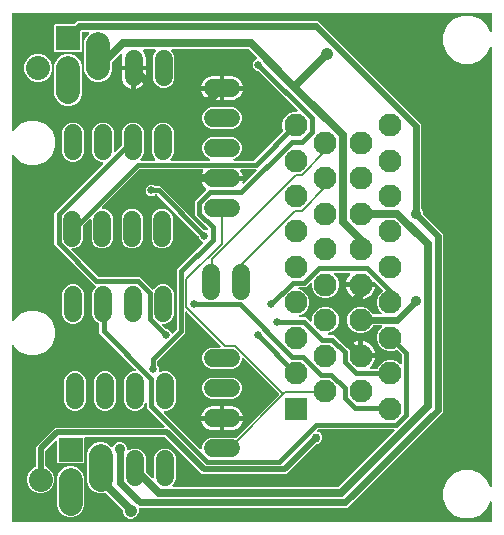
<source format=gbr>
G04 EAGLE Gerber RS-274X export*
G75*
%MOMM*%
%FSLAX34Y34*%
%LPD*%
%INBottom Copper*%
%IPPOS*%
%AMOC8*
5,1,8,0,0,1.08239X$1,22.5*%
G01*
%ADD10C,1.950000*%
%ADD11R,1.950000X1.950000*%
%ADD12C,1.524000*%
%ADD13C,2.032000*%
%ADD14C,2.032000*%
%ADD15R,2.032000X2.032000*%
%ADD16C,0.700000*%
%ADD17C,0.400000*%
%ADD18C,0.654000*%
%ADD19C,0.152400*%
%ADD20C,0.500000*%
%ADD21C,0.754000*%
%ADD22C,0.600000*%
%ADD23C,0.900000*%
%ADD24C,1.050000*%

G36*
X449746Y34328D02*
X449746Y34328D01*
X449810Y34327D01*
X449885Y34348D01*
X449961Y34359D01*
X450020Y34385D01*
X450082Y34402D01*
X450148Y34443D01*
X450218Y34475D01*
X450267Y34517D01*
X450322Y34550D01*
X450374Y34608D01*
X450432Y34658D01*
X450468Y34712D01*
X450511Y34760D01*
X450544Y34829D01*
X450587Y34894D01*
X450606Y34956D01*
X450634Y35013D01*
X450645Y35083D01*
X450669Y35164D01*
X450670Y35249D01*
X450681Y35318D01*
X450681Y51038D01*
X450669Y51124D01*
X450666Y51211D01*
X450649Y51263D01*
X450641Y51317D01*
X450606Y51396D01*
X450579Y51479D01*
X450548Y51524D01*
X450525Y51574D01*
X450469Y51640D01*
X450420Y51712D01*
X450378Y51747D01*
X450342Y51789D01*
X450269Y51836D01*
X450202Y51891D01*
X450152Y51913D01*
X450106Y51943D01*
X450023Y51968D01*
X449943Y52003D01*
X449889Y52009D01*
X449836Y52025D01*
X449749Y52027D01*
X449663Y52037D01*
X449609Y52028D01*
X449554Y52029D01*
X449470Y52006D01*
X449385Y51992D01*
X449335Y51969D01*
X449282Y51954D01*
X449208Y51908D01*
X449130Y51871D01*
X449089Y51835D01*
X449042Y51806D01*
X448984Y51741D01*
X448919Y51684D01*
X448893Y51640D01*
X448853Y51596D01*
X448804Y51494D01*
X448759Y51420D01*
X446719Y46495D01*
X441005Y40781D01*
X433540Y37689D01*
X425460Y37689D01*
X417995Y40781D01*
X412281Y46495D01*
X409189Y53960D01*
X409189Y62040D01*
X412281Y69505D01*
X417995Y75219D01*
X425460Y78311D01*
X433540Y78311D01*
X441005Y75219D01*
X446719Y69505D01*
X448759Y64580D01*
X448803Y64505D01*
X448839Y64426D01*
X448874Y64384D01*
X448902Y64337D01*
X448966Y64277D01*
X449022Y64211D01*
X449068Y64181D01*
X449108Y64144D01*
X449185Y64105D01*
X449258Y64057D01*
X449311Y64041D01*
X449360Y64016D01*
X449445Y64000D01*
X449528Y63975D01*
X449583Y63974D01*
X449637Y63964D01*
X449723Y63972D01*
X449810Y63971D01*
X449863Y63985D01*
X449917Y63991D01*
X449998Y64023D01*
X450082Y64046D01*
X450129Y64075D01*
X450179Y64095D01*
X450248Y64149D01*
X450322Y64194D01*
X450358Y64235D01*
X450402Y64269D01*
X450453Y64339D01*
X450511Y64404D01*
X450535Y64453D01*
X450567Y64497D01*
X450596Y64579D01*
X450634Y64657D01*
X450642Y64708D01*
X450661Y64763D01*
X450668Y64877D01*
X450681Y64962D01*
X450681Y436038D01*
X450672Y436100D01*
X450673Y436145D01*
X450668Y436164D01*
X450666Y436211D01*
X450649Y436263D01*
X450641Y436317D01*
X450606Y436396D01*
X450579Y436479D01*
X450548Y436524D01*
X450525Y436574D01*
X450469Y436640D01*
X450420Y436712D01*
X450378Y436747D01*
X450342Y436789D01*
X450269Y436836D01*
X450202Y436891D01*
X450152Y436913D01*
X450106Y436943D01*
X450023Y436968D01*
X449943Y437003D01*
X449889Y437009D01*
X449836Y437025D01*
X449749Y437027D01*
X449663Y437037D01*
X449609Y437028D01*
X449554Y437029D01*
X449470Y437006D01*
X449385Y436992D01*
X449335Y436969D01*
X449282Y436954D01*
X449208Y436908D01*
X449130Y436871D01*
X449089Y436835D01*
X449042Y436806D01*
X448984Y436741D01*
X448919Y436684D01*
X448893Y436640D01*
X448853Y436596D01*
X448805Y436497D01*
X448768Y436441D01*
X448765Y436431D01*
X448759Y436420D01*
X446719Y431495D01*
X441005Y425781D01*
X433540Y422689D01*
X425460Y422689D01*
X417995Y425781D01*
X412281Y431495D01*
X409189Y438960D01*
X409189Y447040D01*
X412281Y454505D01*
X417995Y460219D01*
X425460Y463311D01*
X433540Y463311D01*
X441005Y460219D01*
X446719Y454505D01*
X448759Y449580D01*
X448803Y449505D01*
X448839Y449426D01*
X448874Y449384D01*
X448902Y449337D01*
X448966Y449277D01*
X449022Y449211D01*
X449068Y449181D01*
X449108Y449144D01*
X449185Y449105D01*
X449258Y449057D01*
X449311Y449041D01*
X449360Y449016D01*
X449445Y449000D01*
X449528Y448975D01*
X449583Y448974D01*
X449637Y448964D01*
X449723Y448972D01*
X449810Y448971D01*
X449863Y448985D01*
X449917Y448991D01*
X449998Y449023D01*
X450082Y449046D01*
X450129Y449075D01*
X450179Y449095D01*
X450248Y449149D01*
X450322Y449194D01*
X450358Y449235D01*
X450402Y449269D01*
X450453Y449339D01*
X450511Y449404D01*
X450535Y449453D01*
X450567Y449497D01*
X450596Y449579D01*
X450634Y449657D01*
X450642Y449708D01*
X450661Y449763D01*
X450666Y449841D01*
X450669Y449853D01*
X450670Y449888D01*
X450681Y449962D01*
X450681Y464682D01*
X450672Y464746D01*
X450673Y464810D01*
X450652Y464885D01*
X450641Y464961D01*
X450615Y465020D01*
X450598Y465082D01*
X450557Y465148D01*
X450525Y465218D01*
X450483Y465267D01*
X450450Y465322D01*
X450392Y465374D01*
X450342Y465432D01*
X450288Y465468D01*
X450240Y465511D01*
X450171Y465544D01*
X450106Y465587D01*
X450044Y465606D01*
X449987Y465634D01*
X449917Y465645D01*
X449836Y465669D01*
X449751Y465670D01*
X449682Y465681D01*
X45318Y465681D01*
X45254Y465672D01*
X45190Y465673D01*
X45115Y465652D01*
X45039Y465641D01*
X44980Y465615D01*
X44918Y465598D01*
X44852Y465557D01*
X44782Y465525D01*
X44733Y465483D01*
X44678Y465450D01*
X44626Y465392D01*
X44568Y465342D01*
X44532Y465288D01*
X44489Y465240D01*
X44456Y465171D01*
X44413Y465106D01*
X44394Y465044D01*
X44366Y464987D01*
X44355Y464917D01*
X44331Y464836D01*
X44330Y464751D01*
X44319Y464682D01*
X44319Y366834D01*
X44323Y366802D01*
X44321Y366769D01*
X44343Y366663D01*
X44359Y366554D01*
X44372Y366525D01*
X44378Y366493D01*
X44430Y366397D01*
X44475Y366297D01*
X44496Y366273D01*
X44511Y366244D01*
X44587Y366166D01*
X44658Y366083D01*
X44685Y366065D01*
X44708Y366042D01*
X44803Y365989D01*
X44894Y365929D01*
X44925Y365919D01*
X44953Y365903D01*
X45060Y365878D01*
X45164Y365846D01*
X45196Y365846D01*
X45227Y365838D01*
X45337Y365844D01*
X45446Y365842D01*
X45477Y365851D01*
X45509Y365853D01*
X45612Y365889D01*
X45718Y365918D01*
X45745Y365935D01*
X45776Y365945D01*
X45849Y365999D01*
X45958Y366066D01*
X45990Y366102D01*
X46025Y366127D01*
X51345Y371447D01*
X58258Y374311D01*
X65742Y374311D01*
X72655Y371447D01*
X77947Y366155D01*
X80811Y359242D01*
X80811Y351758D01*
X77947Y344845D01*
X72655Y339553D01*
X65742Y336689D01*
X58258Y336689D01*
X51345Y339553D01*
X46025Y344873D01*
X45999Y344892D01*
X45978Y344917D01*
X45886Y344977D01*
X45799Y345042D01*
X45769Y345054D01*
X45742Y345071D01*
X45637Y345103D01*
X45535Y345142D01*
X45503Y345144D01*
X45472Y345154D01*
X45363Y345155D01*
X45254Y345164D01*
X45222Y345157D01*
X45190Y345158D01*
X45085Y345128D01*
X44978Y345106D01*
X44949Y345091D01*
X44918Y345082D01*
X44825Y345025D01*
X44729Y344974D01*
X44706Y344951D01*
X44678Y344934D01*
X44605Y344853D01*
X44527Y344777D01*
X44511Y344749D01*
X44489Y344725D01*
X44442Y344627D01*
X44388Y344531D01*
X44380Y344500D01*
X44366Y344471D01*
X44352Y344382D01*
X44323Y344257D01*
X44325Y344209D01*
X44319Y344166D01*
X44319Y205834D01*
X44323Y205802D01*
X44321Y205769D01*
X44343Y205663D01*
X44359Y205554D01*
X44372Y205525D01*
X44378Y205493D01*
X44430Y205397D01*
X44475Y205297D01*
X44496Y205273D01*
X44511Y205244D01*
X44587Y205166D01*
X44658Y205083D01*
X44685Y205065D01*
X44708Y205042D01*
X44803Y204989D01*
X44894Y204929D01*
X44925Y204919D01*
X44953Y204903D01*
X45060Y204878D01*
X45164Y204846D01*
X45196Y204846D01*
X45227Y204838D01*
X45337Y204844D01*
X45446Y204842D01*
X45477Y204851D01*
X45509Y204853D01*
X45612Y204889D01*
X45718Y204918D01*
X45745Y204935D01*
X45776Y204945D01*
X45849Y204999D01*
X45958Y205066D01*
X45990Y205102D01*
X46025Y205127D01*
X51345Y210447D01*
X58258Y213311D01*
X65742Y213311D01*
X72655Y210447D01*
X77947Y205155D01*
X80811Y198242D01*
X80811Y190758D01*
X77947Y183845D01*
X72655Y178553D01*
X65742Y175689D01*
X58258Y175689D01*
X51345Y178553D01*
X46025Y183873D01*
X45999Y183892D01*
X45978Y183917D01*
X45886Y183977D01*
X45799Y184042D01*
X45769Y184054D01*
X45742Y184071D01*
X45637Y184103D01*
X45535Y184142D01*
X45503Y184144D01*
X45472Y184154D01*
X45363Y184155D01*
X45254Y184164D01*
X45222Y184157D01*
X45190Y184158D01*
X45085Y184128D01*
X44978Y184106D01*
X44949Y184091D01*
X44918Y184082D01*
X44825Y184025D01*
X44729Y183974D01*
X44706Y183951D01*
X44678Y183934D01*
X44605Y183853D01*
X44527Y183777D01*
X44511Y183749D01*
X44489Y183725D01*
X44442Y183627D01*
X44388Y183531D01*
X44380Y183500D01*
X44366Y183471D01*
X44352Y183382D01*
X44323Y183257D01*
X44325Y183209D01*
X44319Y183166D01*
X44319Y35318D01*
X44328Y35254D01*
X44327Y35190D01*
X44348Y35115D01*
X44359Y35039D01*
X44385Y34980D01*
X44402Y34918D01*
X44443Y34852D01*
X44475Y34782D01*
X44517Y34733D01*
X44550Y34678D01*
X44608Y34626D01*
X44658Y34568D01*
X44712Y34532D01*
X44760Y34489D01*
X44829Y34456D01*
X44894Y34413D01*
X44956Y34394D01*
X45013Y34366D01*
X45083Y34355D01*
X45164Y34331D01*
X45249Y34330D01*
X45318Y34319D01*
X449682Y34319D01*
X449746Y34328D01*
G37*
%LPC*%
G36*
X143432Y37421D02*
X143432Y37421D01*
X140942Y38453D01*
X139037Y40358D01*
X138005Y42848D01*
X138005Y44213D01*
X137992Y44308D01*
X137987Y44404D01*
X137972Y44447D01*
X137965Y44492D01*
X137926Y44579D01*
X137894Y44670D01*
X137869Y44705D01*
X137849Y44749D01*
X137766Y44846D01*
X137713Y44919D01*
X123647Y58985D01*
X123639Y58991D01*
X123633Y58998D01*
X123526Y59076D01*
X123421Y59155D01*
X123412Y59158D01*
X123405Y59163D01*
X123281Y59207D01*
X123157Y59254D01*
X123148Y59255D01*
X123139Y59258D01*
X123007Y59266D01*
X122876Y59276D01*
X122867Y59274D01*
X122857Y59275D01*
X122782Y59256D01*
X122600Y59218D01*
X122579Y59207D01*
X122558Y59202D01*
X121624Y58815D01*
X116976Y58815D01*
X112681Y60594D01*
X109394Y63881D01*
X107615Y68176D01*
X107615Y93144D01*
X109394Y97439D01*
X112681Y100726D01*
X116976Y102505D01*
X121624Y102505D01*
X125919Y100726D01*
X128502Y98143D01*
X128597Y98071D01*
X128688Y97996D01*
X128709Y97987D01*
X128728Y97973D01*
X128839Y97932D01*
X128947Y97885D01*
X128970Y97882D01*
X128991Y97874D01*
X129110Y97865D01*
X129227Y97850D01*
X129250Y97854D01*
X129273Y97852D01*
X129389Y97876D01*
X129506Y97895D01*
X129526Y97905D01*
X129549Y97910D01*
X129653Y97965D01*
X129760Y98016D01*
X129778Y98031D01*
X129798Y98042D01*
X129883Y98125D01*
X129971Y98204D01*
X129982Y98222D01*
X130000Y98239D01*
X130092Y98401D01*
X130132Y98467D01*
X130529Y99425D01*
X132223Y101119D01*
X134438Y102037D01*
X136834Y102037D01*
X139049Y101119D01*
X140743Y99425D01*
X141661Y97210D01*
X141661Y96264D01*
X141670Y96201D01*
X141669Y96144D01*
X141682Y96096D01*
X141689Y96028D01*
X141697Y96007D01*
X141701Y95984D01*
X141733Y95912D01*
X141744Y95873D01*
X141763Y95841D01*
X141793Y95766D01*
X141807Y95748D01*
X141817Y95727D01*
X141878Y95656D01*
X141892Y95633D01*
X141910Y95616D01*
X141967Y95544D01*
X141985Y95531D01*
X142000Y95513D01*
X142089Y95455D01*
X142102Y95444D01*
X142115Y95437D01*
X142196Y95379D01*
X142217Y95371D01*
X142236Y95359D01*
X142346Y95325D01*
X142355Y95321D01*
X142363Y95319D01*
X142461Y95284D01*
X142484Y95283D01*
X142506Y95276D01*
X142624Y95275D01*
X142743Y95268D01*
X142764Y95273D01*
X142788Y95273D01*
X142905Y95305D01*
X142960Y95313D01*
X142997Y95329D01*
X143042Y95340D01*
X146481Y96765D01*
X150119Y96765D01*
X153480Y95373D01*
X156053Y92800D01*
X157445Y89439D01*
X157445Y77913D01*
X157458Y77818D01*
X157463Y77722D01*
X157478Y77679D01*
X157485Y77634D01*
X157524Y77547D01*
X157556Y77456D01*
X157581Y77421D01*
X157601Y77377D01*
X157684Y77280D01*
X157737Y77207D01*
X162849Y72095D01*
X162875Y72075D01*
X162896Y72051D01*
X162988Y71991D01*
X163075Y71925D01*
X163105Y71914D01*
X163132Y71896D01*
X163237Y71864D01*
X163339Y71826D01*
X163371Y71823D01*
X163402Y71814D01*
X163511Y71812D01*
X163620Y71804D01*
X163652Y71811D01*
X163684Y71810D01*
X163789Y71839D01*
X163896Y71862D01*
X163925Y71877D01*
X163956Y71885D01*
X164049Y71943D01*
X164145Y71994D01*
X164168Y72017D01*
X164196Y72033D01*
X164269Y72115D01*
X164347Y72191D01*
X164363Y72219D01*
X164385Y72243D01*
X164432Y72341D01*
X164486Y72436D01*
X164494Y72468D01*
X164508Y72497D01*
X164522Y72586D01*
X164551Y72711D01*
X164549Y72759D01*
X164555Y72801D01*
X164555Y89439D01*
X165947Y92800D01*
X168520Y95373D01*
X171881Y96765D01*
X175519Y96765D01*
X178880Y95373D01*
X181453Y92800D01*
X182845Y89439D01*
X182845Y70561D01*
X181453Y67200D01*
X180419Y66167D01*
X180400Y66141D01*
X180375Y66120D01*
X180315Y66028D01*
X180250Y65941D01*
X180239Y65911D01*
X180221Y65884D01*
X180189Y65779D01*
X180150Y65677D01*
X180148Y65645D01*
X180138Y65614D01*
X180137Y65505D01*
X180129Y65396D01*
X180135Y65364D01*
X180135Y65332D01*
X180164Y65227D01*
X180186Y65120D01*
X180201Y65091D01*
X180210Y65060D01*
X180267Y64967D01*
X180319Y64871D01*
X180341Y64848D01*
X180358Y64820D01*
X180439Y64747D01*
X180515Y64669D01*
X180543Y64653D01*
X180567Y64631D01*
X180665Y64584D01*
X180761Y64530D01*
X180792Y64522D01*
X180821Y64508D01*
X180911Y64494D01*
X181035Y64465D01*
X181084Y64467D01*
X181126Y64461D01*
X320593Y64461D01*
X320688Y64474D01*
X320784Y64479D01*
X320827Y64494D01*
X320872Y64501D01*
X320959Y64540D01*
X321050Y64572D01*
X321085Y64597D01*
X321129Y64617D01*
X321226Y64700D01*
X321299Y64753D01*
X367901Y111355D01*
X367921Y111381D01*
X367945Y111402D01*
X368005Y111494D01*
X368071Y111581D01*
X368082Y111611D01*
X368100Y111638D01*
X368132Y111743D01*
X368170Y111845D01*
X368173Y111877D01*
X368182Y111908D01*
X368184Y112017D01*
X368192Y112126D01*
X368185Y112158D01*
X368186Y112190D01*
X368157Y112295D01*
X368134Y112402D01*
X368119Y112431D01*
X368111Y112462D01*
X368053Y112555D01*
X368002Y112651D01*
X367979Y112674D01*
X367963Y112702D01*
X367881Y112775D01*
X367805Y112853D01*
X367777Y112869D01*
X367753Y112891D01*
X367655Y112938D01*
X367560Y112992D01*
X367528Y113000D01*
X367499Y113014D01*
X367410Y113028D01*
X367285Y113057D01*
X367237Y113055D01*
X367195Y113061D01*
X303626Y113061D01*
X303531Y113048D01*
X303435Y113043D01*
X303392Y113028D01*
X303347Y113021D01*
X303259Y112982D01*
X303168Y112950D01*
X303134Y112925D01*
X303090Y112905D01*
X302992Y112822D01*
X302919Y112769D01*
X302843Y112692D01*
X302772Y112598D01*
X302697Y112506D01*
X302688Y112485D01*
X302674Y112467D01*
X302632Y112356D01*
X302585Y112247D01*
X302582Y112224D01*
X302574Y112203D01*
X302565Y112085D01*
X302551Y111967D01*
X302554Y111945D01*
X302553Y111922D01*
X302577Y111806D01*
X302596Y111689D01*
X302606Y111668D01*
X302610Y111646D01*
X302666Y111541D01*
X302717Y111434D01*
X302732Y111417D01*
X302743Y111397D01*
X302825Y111312D01*
X302904Y111223D01*
X302923Y111212D01*
X302939Y111195D01*
X303102Y111103D01*
X303167Y111063D01*
X304751Y110407D01*
X306241Y108917D01*
X307047Y106971D01*
X307047Y104865D01*
X306241Y102919D01*
X304751Y101429D01*
X302805Y100623D01*
X302563Y100623D01*
X302468Y100610D01*
X302372Y100605D01*
X302329Y100590D01*
X302284Y100583D01*
X302196Y100544D01*
X302105Y100512D01*
X302071Y100487D01*
X302027Y100467D01*
X301930Y100384D01*
X301856Y100331D01*
X276749Y75223D01*
X204835Y75223D01*
X173886Y106173D01*
X173809Y106230D01*
X173737Y106295D01*
X173696Y106315D01*
X173660Y106342D01*
X173570Y106376D01*
X173484Y106418D01*
X173442Y106424D01*
X173396Y106441D01*
X173268Y106451D01*
X173179Y106465D01*
X106584Y106465D01*
X106520Y106456D01*
X106456Y106457D01*
X106381Y106436D01*
X106305Y106425D01*
X106246Y106399D01*
X106184Y106382D01*
X106118Y106341D01*
X106048Y106309D01*
X105999Y106267D01*
X105944Y106234D01*
X105892Y106176D01*
X105834Y106126D01*
X105798Y106072D01*
X105755Y106024D01*
X105722Y105955D01*
X105679Y105890D01*
X105660Y105828D01*
X105632Y105771D01*
X105621Y105701D01*
X105597Y105620D01*
X105596Y105535D01*
X105585Y105466D01*
X105585Y85108D01*
X104692Y84215D01*
X83108Y84215D01*
X82215Y85108D01*
X82215Y102305D01*
X82211Y102337D01*
X82213Y102369D01*
X82191Y102476D01*
X82175Y102584D01*
X82162Y102614D01*
X82156Y102645D01*
X82104Y102742D01*
X82059Y102841D01*
X82038Y102866D01*
X82023Y102894D01*
X81947Y102972D01*
X81876Y103055D01*
X81849Y103073D01*
X81826Y103096D01*
X81731Y103150D01*
X81640Y103210D01*
X81609Y103219D01*
X81581Y103235D01*
X81474Y103260D01*
X81370Y103292D01*
X81338Y103293D01*
X81307Y103300D01*
X81197Y103295D01*
X81088Y103296D01*
X81057Y103288D01*
X81025Y103286D01*
X80922Y103250D01*
X80816Y103221D01*
X80789Y103204D01*
X80758Y103193D01*
X80685Y103140D01*
X80576Y103073D01*
X80544Y103037D01*
X80509Y103012D01*
X72897Y95400D01*
X72840Y95323D01*
X72775Y95251D01*
X72755Y95210D01*
X72728Y95174D01*
X72694Y95084D01*
X72652Y94998D01*
X72646Y94956D01*
X72629Y94910D01*
X72619Y94782D01*
X72605Y94693D01*
X72605Y82115D01*
X72606Y82105D01*
X72605Y82096D01*
X72626Y81966D01*
X72645Y81836D01*
X72648Y81827D01*
X72650Y81818D01*
X72707Y81698D01*
X72761Y81579D01*
X72767Y81572D01*
X72771Y81563D01*
X72859Y81464D01*
X72944Y81364D01*
X72952Y81359D01*
X72958Y81352D01*
X73024Y81312D01*
X73180Y81210D01*
X73203Y81203D01*
X73222Y81192D01*
X75119Y80406D01*
X78406Y77119D01*
X80185Y72824D01*
X80185Y68176D01*
X78406Y63881D01*
X75119Y60594D01*
X70824Y58815D01*
X66176Y58815D01*
X61881Y60594D01*
X58594Y63881D01*
X56815Y68176D01*
X56815Y72824D01*
X58594Y77119D01*
X61881Y80406D01*
X63938Y81258D01*
X63947Y81263D01*
X63956Y81265D01*
X64068Y81335D01*
X64181Y81402D01*
X64188Y81409D01*
X64196Y81413D01*
X64284Y81512D01*
X64374Y81607D01*
X64378Y81616D01*
X64385Y81623D01*
X64442Y81741D01*
X64502Y81859D01*
X64504Y81868D01*
X64508Y81877D01*
X64520Y81952D01*
X64554Y82136D01*
X64552Y82160D01*
X64555Y82181D01*
X64555Y98441D01*
X80629Y114515D01*
X172982Y114515D01*
X173014Y114519D01*
X173046Y114517D01*
X173153Y114539D01*
X173261Y114555D01*
X173291Y114568D01*
X173322Y114574D01*
X173419Y114626D01*
X173518Y114671D01*
X173543Y114692D01*
X173571Y114707D01*
X173650Y114783D01*
X173733Y114854D01*
X173750Y114881D01*
X173773Y114904D01*
X173827Y114999D01*
X173887Y115090D01*
X173897Y115121D01*
X173912Y115149D01*
X173938Y115256D01*
X173969Y115360D01*
X173970Y115392D01*
X173977Y115423D01*
X173972Y115533D01*
X173973Y115642D01*
X173965Y115673D01*
X173963Y115705D01*
X173927Y115808D01*
X173898Y115914D01*
X173881Y115941D01*
X173870Y115972D01*
X173817Y116045D01*
X173750Y116154D01*
X173714Y116186D01*
X173689Y116221D01*
X158781Y131128D01*
X158781Y134506D01*
X158769Y134591D01*
X158766Y134678D01*
X158749Y134730D01*
X158741Y134785D01*
X158706Y134864D01*
X158679Y134946D01*
X158648Y134992D01*
X158625Y135042D01*
X158569Y135108D01*
X158520Y135179D01*
X158478Y135214D01*
X158442Y135256D01*
X158369Y135304D01*
X158302Y135359D01*
X158252Y135380D01*
X158206Y135410D01*
X158123Y135436D01*
X158043Y135470D01*
X157989Y135477D01*
X157936Y135493D01*
X157849Y135494D01*
X157763Y135505D01*
X157709Y135496D01*
X157654Y135497D01*
X157570Y135473D01*
X157485Y135460D01*
X157435Y135436D01*
X157382Y135421D01*
X157309Y135376D01*
X157230Y135339D01*
X157189Y135302D01*
X157142Y135273D01*
X157084Y135209D01*
X157019Y135151D01*
X156993Y135108D01*
X156953Y135064D01*
X156904Y134962D01*
X156859Y134888D01*
X155953Y132700D01*
X153380Y130127D01*
X150019Y128735D01*
X146381Y128735D01*
X143020Y130127D01*
X140447Y132700D01*
X139055Y136061D01*
X139055Y154939D01*
X140447Y158300D01*
X143020Y160873D01*
X146381Y162265D01*
X148092Y162265D01*
X148124Y162269D01*
X148156Y162267D01*
X148263Y162289D01*
X148371Y162305D01*
X148401Y162318D01*
X148432Y162324D01*
X148529Y162376D01*
X148628Y162421D01*
X148653Y162442D01*
X148681Y162457D01*
X148760Y162533D01*
X148843Y162604D01*
X148860Y162631D01*
X148883Y162654D01*
X148937Y162749D01*
X148997Y162840D01*
X149007Y162871D01*
X149022Y162899D01*
X149048Y163006D01*
X149079Y163110D01*
X149080Y163142D01*
X149087Y163173D01*
X149082Y163283D01*
X149083Y163392D01*
X149075Y163423D01*
X149073Y163455D01*
X149037Y163558D01*
X149008Y163664D01*
X148991Y163691D01*
X148980Y163722D01*
X148927Y163795D01*
X148860Y163904D01*
X148824Y163936D01*
X148799Y163971D01*
X118395Y194374D01*
X118395Y202017D01*
X118394Y202027D01*
X118395Y202036D01*
X118374Y202166D01*
X118355Y202297D01*
X118352Y202305D01*
X118350Y202315D01*
X118293Y202434D01*
X118239Y202553D01*
X118233Y202561D01*
X118229Y202569D01*
X118141Y202668D01*
X118056Y202768D01*
X118048Y202773D01*
X118042Y202780D01*
X117976Y202820D01*
X117820Y202922D01*
X117797Y202929D01*
X117778Y202941D01*
X116120Y203627D01*
X113547Y206200D01*
X112155Y209561D01*
X112155Y228439D01*
X113547Y231800D01*
X115023Y233275D01*
X115042Y233301D01*
X115067Y233322D01*
X115127Y233414D01*
X115192Y233501D01*
X115203Y233531D01*
X115221Y233558D01*
X115253Y233663D01*
X115292Y233765D01*
X115294Y233797D01*
X115304Y233828D01*
X115305Y233937D01*
X115313Y234046D01*
X115307Y234078D01*
X115307Y234110D01*
X115278Y234215D01*
X115256Y234322D01*
X115241Y234351D01*
X115232Y234382D01*
X115175Y234475D01*
X115123Y234571D01*
X115101Y234594D01*
X115084Y234622D01*
X115003Y234695D01*
X114927Y234773D01*
X114899Y234789D01*
X114875Y234811D01*
X114776Y234858D01*
X114681Y234912D01*
X114650Y234920D01*
X114621Y234934D01*
X114532Y234948D01*
X114407Y234977D01*
X114370Y234975D01*
X80295Y269050D01*
X80295Y296354D01*
X82653Y298711D01*
X121471Y337529D01*
X121490Y337555D01*
X121515Y337576D01*
X121575Y337668D01*
X121640Y337755D01*
X121651Y337785D01*
X121669Y337812D01*
X121701Y337917D01*
X121740Y338019D01*
X121742Y338051D01*
X121751Y338082D01*
X121753Y338191D01*
X121761Y338300D01*
X121755Y338332D01*
X121755Y338364D01*
X121726Y338469D01*
X121704Y338576D01*
X121689Y338605D01*
X121680Y338636D01*
X121623Y338729D01*
X121571Y338825D01*
X121549Y338848D01*
X121532Y338876D01*
X121451Y338949D01*
X121375Y339027D01*
X121346Y339043D01*
X121323Y339065D01*
X121224Y339112D01*
X121129Y339166D01*
X121098Y339174D01*
X121069Y339188D01*
X120980Y339202D01*
X120855Y339231D01*
X120806Y339229D01*
X120764Y339235D01*
X119481Y339235D01*
X116120Y340627D01*
X113547Y343200D01*
X112155Y346561D01*
X112155Y365439D01*
X113547Y368800D01*
X116120Y371373D01*
X119481Y372765D01*
X123119Y372765D01*
X126480Y371373D01*
X129053Y368800D01*
X130445Y365439D01*
X130445Y348916D01*
X130449Y348884D01*
X130447Y348852D01*
X130469Y348745D01*
X130485Y348637D01*
X130498Y348607D01*
X130504Y348576D01*
X130556Y348479D01*
X130601Y348380D01*
X130622Y348355D01*
X130637Y348327D01*
X130713Y348248D01*
X130784Y348165D01*
X130811Y348148D01*
X130834Y348125D01*
X130929Y348071D01*
X131020Y348011D01*
X131051Y348001D01*
X131079Y347986D01*
X131186Y347960D01*
X131290Y347929D01*
X131322Y347928D01*
X131353Y347921D01*
X131463Y347926D01*
X131572Y347925D01*
X131603Y347933D01*
X131635Y347935D01*
X131738Y347971D01*
X131844Y348000D01*
X131871Y348017D01*
X131902Y348028D01*
X131975Y348081D01*
X132084Y348148D01*
X132116Y348184D01*
X132151Y348209D01*
X137263Y353321D01*
X137320Y353398D01*
X137385Y353469D01*
X137405Y353510D01*
X137432Y353547D01*
X137466Y353637D01*
X137508Y353723D01*
X137514Y353765D01*
X137531Y353811D01*
X137539Y353911D01*
X137543Y353925D01*
X137544Y353954D01*
X137555Y354028D01*
X137555Y365439D01*
X138947Y368800D01*
X141520Y371373D01*
X144881Y372765D01*
X148519Y372765D01*
X151880Y371373D01*
X154453Y368800D01*
X155845Y365439D01*
X155845Y346561D01*
X154453Y343200D01*
X153287Y342035D01*
X153268Y342009D01*
X153243Y341988D01*
X153183Y341896D01*
X153118Y341809D01*
X153107Y341779D01*
X153089Y341752D01*
X153057Y341647D01*
X153018Y341545D01*
X153016Y341513D01*
X153006Y341482D01*
X153005Y341373D01*
X152997Y341264D01*
X153003Y341232D01*
X153003Y341200D01*
X153032Y341095D01*
X153054Y340988D01*
X153069Y340959D01*
X153078Y340928D01*
X153135Y340835D01*
X153187Y340739D01*
X153209Y340716D01*
X153226Y340688D01*
X153307Y340615D01*
X153383Y340537D01*
X153411Y340521D01*
X153435Y340499D01*
X153534Y340452D01*
X153629Y340398D01*
X153660Y340390D01*
X153689Y340376D01*
X153779Y340362D01*
X153903Y340333D01*
X153952Y340335D01*
X153994Y340329D01*
X164806Y340329D01*
X164838Y340333D01*
X164870Y340331D01*
X164977Y340353D01*
X165085Y340369D01*
X165115Y340382D01*
X165146Y340388D01*
X165243Y340440D01*
X165342Y340485D01*
X165367Y340506D01*
X165395Y340521D01*
X165474Y340597D01*
X165557Y340668D01*
X165574Y340695D01*
X165597Y340718D01*
X165651Y340813D01*
X165711Y340904D01*
X165721Y340935D01*
X165736Y340963D01*
X165762Y341069D01*
X165794Y341174D01*
X165794Y341206D01*
X165801Y341237D01*
X165796Y341347D01*
X165797Y341456D01*
X165789Y341487D01*
X165787Y341519D01*
X165751Y341622D01*
X165722Y341728D01*
X165705Y341755D01*
X165695Y341786D01*
X165641Y341859D01*
X165574Y341968D01*
X165538Y342000D01*
X165513Y342035D01*
X164347Y343200D01*
X162955Y346561D01*
X162955Y365439D01*
X164347Y368800D01*
X166920Y371373D01*
X170281Y372765D01*
X173919Y372765D01*
X177280Y371373D01*
X179853Y368800D01*
X181245Y365439D01*
X181245Y346561D01*
X179853Y343200D01*
X178687Y342035D01*
X178668Y342009D01*
X178643Y341988D01*
X178583Y341896D01*
X178518Y341809D01*
X178507Y341779D01*
X178489Y341752D01*
X178457Y341647D01*
X178418Y341545D01*
X178416Y341513D01*
X178406Y341482D01*
X178405Y341373D01*
X178397Y341264D01*
X178403Y341232D01*
X178403Y341200D01*
X178432Y341095D01*
X178454Y340988D01*
X178469Y340959D01*
X178478Y340928D01*
X178535Y340835D01*
X178587Y340739D01*
X178609Y340716D01*
X178626Y340688D01*
X178707Y340615D01*
X178783Y340537D01*
X178811Y340521D01*
X178835Y340499D01*
X178934Y340452D01*
X179029Y340398D01*
X179060Y340390D01*
X179089Y340376D01*
X179179Y340362D01*
X179303Y340333D01*
X179352Y340335D01*
X179394Y340329D01*
X211223Y340329D01*
X211309Y340341D01*
X211396Y340344D01*
X211448Y340361D01*
X211502Y340369D01*
X211581Y340404D01*
X211664Y340431D01*
X211709Y340462D01*
X211759Y340485D01*
X211825Y340541D01*
X211897Y340590D01*
X211932Y340632D01*
X211973Y340668D01*
X212021Y340741D01*
X212076Y340808D01*
X212098Y340858D01*
X212128Y340904D01*
X212153Y340987D01*
X212187Y341067D01*
X212194Y341121D01*
X212210Y341174D01*
X212211Y341261D01*
X212222Y341347D01*
X212213Y341401D01*
X212214Y341456D01*
X212191Y341540D01*
X212177Y341625D01*
X212153Y341675D01*
X212139Y341728D01*
X212093Y341802D01*
X212056Y341880D01*
X212019Y341921D01*
X211991Y341968D01*
X211926Y342026D01*
X211868Y342091D01*
X211825Y342117D01*
X211781Y342157D01*
X211679Y342206D01*
X211605Y342251D01*
X209200Y343247D01*
X206627Y345820D01*
X205235Y349181D01*
X205235Y352819D01*
X206627Y356180D01*
X209200Y358753D01*
X212561Y360145D01*
X231439Y360145D01*
X234800Y358753D01*
X237373Y356180D01*
X238765Y352819D01*
X238765Y349181D01*
X237373Y345820D01*
X234800Y343247D01*
X232395Y342251D01*
X232320Y342207D01*
X232241Y342171D01*
X232199Y342135D01*
X232152Y342108D01*
X232093Y342044D01*
X232027Y341988D01*
X231997Y341942D01*
X231959Y341902D01*
X231920Y341825D01*
X231872Y341752D01*
X231856Y341699D01*
X231831Y341650D01*
X231815Y341565D01*
X231790Y341482D01*
X231789Y341427D01*
X231779Y341373D01*
X231787Y341287D01*
X231786Y341200D01*
X231801Y341147D01*
X231806Y341093D01*
X231838Y341012D01*
X231861Y340928D01*
X231890Y340881D01*
X231910Y340831D01*
X231964Y340762D01*
X232009Y340688D01*
X232050Y340652D01*
X232084Y340608D01*
X232154Y340557D01*
X232219Y340499D01*
X232268Y340475D01*
X232313Y340443D01*
X232395Y340414D01*
X232473Y340376D01*
X232523Y340368D01*
X232578Y340349D01*
X232692Y340342D01*
X232777Y340329D01*
X248824Y340329D01*
X248919Y340342D01*
X249015Y340347D01*
X249058Y340362D01*
X249103Y340369D01*
X249191Y340408D01*
X249282Y340440D01*
X249316Y340465D01*
X249360Y340485D01*
X249458Y340568D01*
X249531Y340621D01*
X273908Y364998D01*
X273913Y365006D01*
X273921Y365012D01*
X273998Y365119D01*
X274077Y365224D01*
X274080Y365233D01*
X274086Y365240D01*
X274130Y365364D01*
X274176Y365488D01*
X274177Y365497D01*
X274180Y365506D01*
X274188Y365638D01*
X274198Y365769D01*
X274196Y365778D01*
X274197Y365788D01*
X274179Y365863D01*
X274141Y366045D01*
X274129Y366066D01*
X274124Y366087D01*
X273225Y368257D01*
X273225Y372743D01*
X274942Y376887D01*
X278113Y380058D01*
X282257Y381775D01*
X285198Y381775D01*
X285230Y381779D01*
X285262Y381777D01*
X285369Y381799D01*
X285477Y381815D01*
X285507Y381828D01*
X285538Y381834D01*
X285635Y381886D01*
X285734Y381931D01*
X285759Y381952D01*
X285787Y381967D01*
X285866Y382043D01*
X285949Y382114D01*
X285966Y382141D01*
X285989Y382164D01*
X286043Y382259D01*
X286103Y382350D01*
X286113Y382381D01*
X286128Y382409D01*
X286154Y382516D01*
X286185Y382620D01*
X286186Y382652D01*
X286193Y382683D01*
X286188Y382793D01*
X286189Y382902D01*
X286181Y382933D01*
X286179Y382965D01*
X286143Y383068D01*
X286114Y383174D01*
X286097Y383201D01*
X286086Y383232D01*
X286033Y383305D01*
X285966Y383414D01*
X285930Y383446D01*
X285905Y383481D01*
X253087Y416299D01*
X253010Y416356D01*
X252938Y416421D01*
X252898Y416441D01*
X252861Y416468D01*
X252771Y416502D01*
X252685Y416544D01*
X252643Y416550D01*
X252597Y416567D01*
X252470Y416577D01*
X252380Y416591D01*
X250998Y416591D01*
X248189Y419400D01*
X248189Y423372D01*
X251019Y426202D01*
X251034Y426205D01*
X251142Y426221D01*
X251171Y426234D01*
X251203Y426240D01*
X251299Y426292D01*
X251399Y426337D01*
X251424Y426358D01*
X251452Y426373D01*
X251530Y426449D01*
X251613Y426520D01*
X251631Y426547D01*
X251654Y426570D01*
X251708Y426665D01*
X251768Y426756D01*
X251777Y426787D01*
X251793Y426815D01*
X251818Y426922D01*
X251850Y427026D01*
X251851Y427058D01*
X251858Y427089D01*
X251852Y427199D01*
X251854Y427308D01*
X251845Y427339D01*
X251844Y427371D01*
X251808Y427474D01*
X251779Y427580D01*
X251762Y427607D01*
X251751Y427638D01*
X251698Y427711D01*
X251631Y427820D01*
X251595Y427852D01*
X251569Y427887D01*
X245099Y434357D01*
X245022Y434414D01*
X244951Y434479D01*
X244910Y434499D01*
X244874Y434526D01*
X244784Y434560D01*
X244697Y434602D01*
X244655Y434608D01*
X244610Y434625D01*
X244482Y434635D01*
X244393Y434649D01*
X180016Y434649D01*
X179984Y434645D01*
X179952Y434647D01*
X179845Y434625D01*
X179737Y434609D01*
X179707Y434596D01*
X179676Y434590D01*
X179579Y434538D01*
X179480Y434493D01*
X179455Y434472D01*
X179427Y434457D01*
X179348Y434381D01*
X179265Y434310D01*
X179248Y434283D01*
X179225Y434260D01*
X179171Y434165D01*
X179111Y434074D01*
X179101Y434043D01*
X179086Y434015D01*
X179060Y433909D01*
X179028Y433804D01*
X179028Y433772D01*
X179021Y433741D01*
X179026Y433631D01*
X179025Y433522D01*
X179033Y433491D01*
X179035Y433459D01*
X179071Y433356D01*
X179100Y433250D01*
X179117Y433223D01*
X179127Y433192D01*
X179181Y433119D01*
X179248Y433010D01*
X179284Y432978D01*
X179309Y432943D01*
X180453Y431800D01*
X181845Y428439D01*
X181845Y409561D01*
X180453Y406200D01*
X177880Y403627D01*
X174519Y402235D01*
X170881Y402235D01*
X167520Y403627D01*
X164947Y406200D01*
X163555Y409561D01*
X163555Y428439D01*
X164947Y431800D01*
X166091Y432943D01*
X166110Y432969D01*
X166135Y432990D01*
X166195Y433082D01*
X166260Y433169D01*
X166271Y433199D01*
X166289Y433226D01*
X166321Y433331D01*
X166360Y433433D01*
X166362Y433465D01*
X166372Y433496D01*
X166373Y433605D01*
X166381Y433714D01*
X166375Y433746D01*
X166375Y433778D01*
X166346Y433883D01*
X166324Y433990D01*
X166309Y434019D01*
X166300Y434050D01*
X166243Y434143D01*
X166191Y434239D01*
X166169Y434262D01*
X166152Y434290D01*
X166071Y434363D01*
X165995Y434441D01*
X165967Y434457D01*
X165943Y434479D01*
X165844Y434526D01*
X165749Y434580D01*
X165718Y434588D01*
X165689Y434602D01*
X165599Y434616D01*
X165475Y434645D01*
X165426Y434643D01*
X165384Y434649D01*
X155987Y434649D01*
X155893Y434636D01*
X155798Y434631D01*
X155754Y434616D01*
X155708Y434609D01*
X155621Y434570D01*
X155531Y434539D01*
X155493Y434512D01*
X155451Y434493D01*
X155379Y434431D01*
X155301Y434377D01*
X155272Y434340D01*
X155236Y434310D01*
X155184Y434230D01*
X155125Y434156D01*
X155107Y434113D01*
X155082Y434074D01*
X155054Y433983D01*
X155018Y433895D01*
X155013Y433849D01*
X155000Y433804D01*
X154998Y433709D01*
X154988Y433615D01*
X154996Y433569D01*
X154996Y433522D01*
X155021Y433431D01*
X155038Y433337D01*
X155058Y433298D01*
X155071Y433250D01*
X155137Y433143D01*
X155178Y433063D01*
X155990Y431945D01*
X156716Y430520D01*
X157211Y428999D01*
X157461Y427420D01*
X157461Y420999D01*
X148300Y420999D01*
X148237Y420990D01*
X148172Y420991D01*
X148098Y420970D01*
X148021Y420959D01*
X147962Y420933D01*
X147900Y420916D01*
X147834Y420875D01*
X147764Y420843D01*
X147715Y420801D01*
X147660Y420768D01*
X147609Y420710D01*
X147550Y420660D01*
X147514Y420606D01*
X147471Y420558D01*
X147438Y420489D01*
X147395Y420424D01*
X147376Y420362D01*
X147348Y420305D01*
X147338Y420235D01*
X147313Y420154D01*
X147312Y420069D01*
X147301Y420000D01*
X147301Y418999D01*
X147299Y418999D01*
X147299Y420000D01*
X147290Y420064D01*
X147291Y420128D01*
X147270Y420203D01*
X147259Y420279D01*
X147233Y420338D01*
X147216Y420400D01*
X147175Y420466D01*
X147143Y420536D01*
X147101Y420585D01*
X147068Y420640D01*
X147010Y420692D01*
X146960Y420750D01*
X146906Y420786D01*
X146858Y420829D01*
X146789Y420862D01*
X146724Y420905D01*
X146662Y420924D01*
X146604Y420952D01*
X146535Y420962D01*
X146454Y420987D01*
X146369Y420988D01*
X146300Y420999D01*
X137139Y420999D01*
X137139Y427420D01*
X137210Y427869D01*
X137389Y428999D01*
X137565Y429538D01*
X137573Y429585D01*
X137590Y429630D01*
X137597Y429723D01*
X137613Y429816D01*
X137608Y429864D01*
X137611Y429911D01*
X137592Y430003D01*
X137582Y430096D01*
X137564Y430140D01*
X137554Y430187D01*
X137510Y430270D01*
X137474Y430357D01*
X137444Y430394D01*
X137421Y430436D01*
X137356Y430503D01*
X137297Y430577D01*
X137258Y430604D01*
X137225Y430638D01*
X137143Y430684D01*
X137066Y430738D01*
X137021Y430754D01*
X136979Y430777D01*
X136888Y430799D01*
X136799Y430829D01*
X136751Y430831D01*
X136705Y430842D01*
X136611Y430837D01*
X136517Y430842D01*
X136471Y430830D01*
X136423Y430828D01*
X136334Y430797D01*
X136243Y430775D01*
X136202Y430751D01*
X136157Y430735D01*
X136090Y430687D01*
X135999Y430634D01*
X135953Y430587D01*
X135908Y430554D01*
X129277Y423923D01*
X129220Y423847D01*
X129155Y423775D01*
X129135Y423734D01*
X129108Y423698D01*
X129074Y423608D01*
X129032Y423521D01*
X129026Y423479D01*
X129009Y423434D01*
X128999Y423306D01*
X128985Y423217D01*
X128985Y416676D01*
X127206Y412381D01*
X123919Y409094D01*
X119624Y407315D01*
X114976Y407315D01*
X110681Y409094D01*
X107394Y412381D01*
X105615Y416676D01*
X105615Y441644D01*
X107394Y445939D01*
X109377Y447921D01*
X109396Y447947D01*
X109421Y447968D01*
X109481Y448060D01*
X109546Y448147D01*
X109557Y448177D01*
X109575Y448204D01*
X109607Y448309D01*
X109646Y448411D01*
X109648Y448443D01*
X109657Y448474D01*
X109659Y448583D01*
X109667Y448692D01*
X109661Y448724D01*
X109661Y448756D01*
X109632Y448861D01*
X109610Y448968D01*
X109595Y448997D01*
X109586Y449028D01*
X109529Y449121D01*
X109477Y449217D01*
X109455Y449240D01*
X109438Y449268D01*
X109357Y449341D01*
X109281Y449419D01*
X109252Y449435D01*
X109229Y449457D01*
X109130Y449504D01*
X109035Y449558D01*
X109004Y449566D01*
X108975Y449580D01*
X108886Y449594D01*
X108761Y449623D01*
X108712Y449621D01*
X108670Y449627D01*
X104584Y449627D01*
X104520Y449618D01*
X104456Y449619D01*
X104381Y449598D01*
X104305Y449587D01*
X104246Y449561D01*
X104184Y449544D01*
X104118Y449503D01*
X104048Y449471D01*
X103999Y449429D01*
X103944Y449396D01*
X103892Y449338D01*
X103834Y449288D01*
X103798Y449234D01*
X103755Y449186D01*
X103722Y449117D01*
X103679Y449052D01*
X103660Y448990D01*
X103632Y448933D01*
X103621Y448863D01*
X103597Y448782D01*
X103596Y448697D01*
X103585Y448628D01*
X103585Y433608D01*
X102692Y432715D01*
X81108Y432715D01*
X80215Y433608D01*
X80215Y455192D01*
X81108Y456085D01*
X96466Y456085D01*
X96561Y456098D01*
X96657Y456103D01*
X96700Y456118D01*
X96745Y456125D01*
X96833Y456164D01*
X96924Y456196D01*
X96958Y456221D01*
X97002Y456241D01*
X97099Y456324D01*
X97173Y456377D01*
X99472Y458677D01*
X303626Y458677D01*
X306569Y455734D01*
X387916Y374387D01*
X390859Y371444D01*
X390859Y300065D01*
X390867Y300006D01*
X390867Y299991D01*
X390872Y299974D01*
X390872Y299970D01*
X390877Y299874D01*
X390892Y299831D01*
X390899Y299786D01*
X390938Y299699D01*
X390970Y299608D01*
X390995Y299573D01*
X391015Y299529D01*
X391098Y299432D01*
X391151Y299359D01*
X391442Y299069D01*
X392359Y296854D01*
X392359Y295682D01*
X392372Y295587D01*
X392377Y295491D01*
X392392Y295448D01*
X392399Y295403D01*
X392438Y295315D01*
X392470Y295225D01*
X392495Y295190D01*
X392515Y295146D01*
X392598Y295049D01*
X392651Y294976D01*
X409147Y278480D01*
X409147Y127666D01*
X328010Y46529D01*
X152554Y46529D01*
X152490Y46520D01*
X152426Y46521D01*
X152351Y46500D01*
X152275Y46489D01*
X152216Y46463D01*
X152154Y46446D01*
X152088Y46405D01*
X152018Y46373D01*
X151969Y46331D01*
X151914Y46298D01*
X151862Y46240D01*
X151804Y46190D01*
X151768Y46136D01*
X151725Y46088D01*
X151692Y46019D01*
X151649Y45954D01*
X151630Y45892D01*
X151602Y45835D01*
X151591Y45765D01*
X151567Y45684D01*
X151566Y45599D01*
X151555Y45530D01*
X151555Y42848D01*
X150523Y40358D01*
X148618Y38453D01*
X146128Y37421D01*
X143432Y37421D01*
G37*
%LPD*%
G36*
X180311Y194082D02*
X180311Y194082D01*
X180420Y194081D01*
X180451Y194089D01*
X180483Y194091D01*
X180586Y194127D01*
X180692Y194156D01*
X180719Y194173D01*
X180750Y194184D01*
X180823Y194237D01*
X180932Y194304D01*
X180964Y194340D01*
X180999Y194365D01*
X183635Y197001D01*
X183692Y197078D01*
X183757Y197150D01*
X183777Y197190D01*
X183804Y197227D01*
X183838Y197317D01*
X183880Y197403D01*
X183886Y197445D01*
X183903Y197491D01*
X183913Y197618D01*
X183927Y197708D01*
X183927Y248348D01*
X205685Y270105D01*
X205704Y270131D01*
X205729Y270152D01*
X205789Y270244D01*
X205854Y270331D01*
X205865Y270361D01*
X205883Y270388D01*
X205915Y270493D01*
X205954Y270595D01*
X205956Y270627D01*
X205965Y270658D01*
X205967Y270767D01*
X205975Y270876D01*
X205969Y270908D01*
X205969Y270940D01*
X205940Y271045D01*
X205918Y271152D01*
X205903Y271181D01*
X205894Y271212D01*
X205837Y271305D01*
X205785Y271401D01*
X205763Y271424D01*
X205746Y271452D01*
X205665Y271525D01*
X205589Y271603D01*
X205560Y271619D01*
X205537Y271641D01*
X205438Y271688D01*
X205352Y271737D01*
X202469Y274620D01*
X202469Y276002D01*
X202456Y276097D01*
X202451Y276193D01*
X202436Y276236D01*
X202429Y276281D01*
X202390Y276369D01*
X202358Y276460D01*
X202333Y276494D01*
X202313Y276538D01*
X202230Y276636D01*
X202177Y276709D01*
X167235Y311651D01*
X167158Y311708D01*
X167086Y311773D01*
X167046Y311793D01*
X167009Y311820D01*
X166919Y311854D01*
X166833Y311896D01*
X166791Y311902D01*
X166745Y311919D01*
X166618Y311929D01*
X166528Y311943D01*
X165976Y311943D01*
X165881Y311930D01*
X165785Y311925D01*
X165742Y311910D01*
X165697Y311903D01*
X165609Y311864D01*
X165518Y311832D01*
X165484Y311807D01*
X165440Y311787D01*
X165342Y311704D01*
X165269Y311651D01*
X164292Y310673D01*
X160320Y310673D01*
X157511Y313482D01*
X157511Y317454D01*
X160320Y320263D01*
X164292Y320263D01*
X165269Y319285D01*
X165346Y319228D01*
X165418Y319163D01*
X165459Y319143D01*
X165495Y319116D01*
X165585Y319082D01*
X165671Y319040D01*
X165713Y319034D01*
X165759Y319017D01*
X165886Y319007D01*
X165976Y318993D01*
X169862Y318993D01*
X207161Y281693D01*
X207238Y281636D01*
X207310Y281571D01*
X207350Y281551D01*
X207387Y281524D01*
X207477Y281490D01*
X207563Y281448D01*
X207605Y281442D01*
X207651Y281425D01*
X207778Y281415D01*
X207868Y281401D01*
X209550Y281401D01*
X209582Y281405D01*
X209614Y281403D01*
X209721Y281425D01*
X209829Y281441D01*
X209859Y281454D01*
X209890Y281460D01*
X209987Y281512D01*
X210086Y281557D01*
X210111Y281578D01*
X210139Y281593D01*
X210218Y281669D01*
X210301Y281740D01*
X210318Y281767D01*
X210341Y281790D01*
X210395Y281885D01*
X210455Y281976D01*
X210465Y282007D01*
X210480Y282035D01*
X210506Y282142D01*
X210537Y282246D01*
X210538Y282278D01*
X210545Y282309D01*
X210540Y282419D01*
X210541Y282528D01*
X210533Y282559D01*
X210531Y282591D01*
X210495Y282694D01*
X210466Y282800D01*
X210449Y282827D01*
X210438Y282858D01*
X210385Y282931D01*
X210318Y283040D01*
X210282Y283072D01*
X210257Y283107D01*
X201525Y291839D01*
X199167Y294196D01*
X199167Y306260D01*
X208018Y315111D01*
X208019Y315111D01*
X208669Y315762D01*
X208670Y315763D01*
X208671Y315763D01*
X208756Y315878D01*
X208838Y315987D01*
X208839Y315988D01*
X208839Y315989D01*
X208888Y316120D01*
X208938Y316251D01*
X208938Y316252D01*
X208938Y316253D01*
X208949Y316394D01*
X208960Y316532D01*
X208959Y316533D01*
X208959Y316534D01*
X208930Y316672D01*
X208902Y316808D01*
X208901Y316809D01*
X208901Y316810D01*
X208838Y316929D01*
X208769Y317057D01*
X208769Y317058D01*
X208768Y317059D01*
X208754Y317073D01*
X208573Y317259D01*
X208559Y317267D01*
X208550Y317277D01*
X207761Y317850D01*
X206630Y318981D01*
X205690Y320275D01*
X204964Y321700D01*
X204469Y323221D01*
X204409Y323601D01*
X221000Y323601D01*
X221063Y323610D01*
X221128Y323609D01*
X221202Y323630D01*
X221279Y323641D01*
X221338Y323667D01*
X221400Y323684D01*
X221466Y323725D01*
X221536Y323757D01*
X221585Y323799D01*
X221640Y323832D01*
X221691Y323890D01*
X221750Y323940D01*
X221786Y323994D01*
X221829Y324042D01*
X221862Y324111D01*
X221905Y324176D01*
X221924Y324238D01*
X221952Y324295D01*
X221962Y324365D01*
X221987Y324446D01*
X221988Y324531D01*
X221999Y324600D01*
X221999Y326600D01*
X221990Y326664D01*
X221991Y326728D01*
X221970Y326803D01*
X221959Y326879D01*
X221933Y326938D01*
X221916Y327000D01*
X221875Y327066D01*
X221843Y327136D01*
X221801Y327185D01*
X221768Y327240D01*
X221710Y327292D01*
X221660Y327350D01*
X221606Y327386D01*
X221558Y327429D01*
X221489Y327462D01*
X221424Y327505D01*
X221362Y327524D01*
X221304Y327552D01*
X221235Y327562D01*
X221154Y327587D01*
X221069Y327588D01*
X221000Y327599D01*
X204409Y327599D01*
X204469Y327979D01*
X204964Y329500D01*
X205690Y330925D01*
X206247Y331693D01*
X206292Y331777D01*
X206344Y331856D01*
X206357Y331901D01*
X206379Y331942D01*
X206398Y332035D01*
X206426Y332126D01*
X206427Y332172D01*
X206436Y332218D01*
X206429Y332313D01*
X206430Y332408D01*
X206417Y332453D01*
X206414Y332499D01*
X206380Y332588D01*
X206355Y332680D01*
X206330Y332719D01*
X206314Y332763D01*
X206256Y332839D01*
X206207Y332920D01*
X206172Y332951D01*
X206144Y332988D01*
X206068Y333045D01*
X205997Y333109D01*
X205955Y333129D01*
X205918Y333157D01*
X205829Y333190D01*
X205743Y333232D01*
X205700Y333238D01*
X205654Y333256D01*
X205528Y333265D01*
X205439Y333279D01*
X152750Y333279D01*
X152655Y333266D01*
X152559Y333261D01*
X152516Y333246D01*
X152471Y333239D01*
X152383Y333200D01*
X152292Y333168D01*
X152258Y333143D01*
X152214Y333123D01*
X152116Y333040D01*
X152043Y332987D01*
X120527Y301471D01*
X120508Y301445D01*
X120483Y301424D01*
X120423Y301332D01*
X120358Y301245D01*
X120347Y301215D01*
X120329Y301188D01*
X120297Y301083D01*
X120258Y300981D01*
X120256Y300949D01*
X120247Y300918D01*
X120245Y300809D01*
X120237Y300700D01*
X120243Y300668D01*
X120243Y300636D01*
X120272Y300531D01*
X120294Y300424D01*
X120309Y300395D01*
X120318Y300364D01*
X120375Y300271D01*
X120427Y300175D01*
X120449Y300152D01*
X120466Y300124D01*
X120547Y300051D01*
X120623Y299973D01*
X120652Y299957D01*
X120675Y299935D01*
X120774Y299888D01*
X120869Y299834D01*
X120900Y299826D01*
X120929Y299812D01*
X121018Y299798D01*
X121143Y299769D01*
X121192Y299771D01*
X121234Y299765D01*
X122619Y299765D01*
X125980Y298373D01*
X128553Y295800D01*
X129945Y292439D01*
X129945Y273561D01*
X128553Y270200D01*
X125980Y267627D01*
X122619Y266235D01*
X118981Y266235D01*
X115620Y267627D01*
X113047Y270200D01*
X111655Y273561D01*
X111655Y290186D01*
X111651Y290218D01*
X111653Y290250D01*
X111631Y290357D01*
X111615Y290465D01*
X111602Y290495D01*
X111596Y290526D01*
X111544Y290623D01*
X111499Y290722D01*
X111478Y290747D01*
X111463Y290775D01*
X111387Y290853D01*
X111316Y290937D01*
X111289Y290954D01*
X111266Y290977D01*
X111171Y291031D01*
X111080Y291091D01*
X111049Y291101D01*
X111021Y291116D01*
X110914Y291142D01*
X110810Y291173D01*
X110778Y291174D01*
X110747Y291181D01*
X110637Y291176D01*
X110528Y291177D01*
X110497Y291169D01*
X110465Y291167D01*
X110362Y291131D01*
X110256Y291102D01*
X110229Y291085D01*
X110198Y291074D01*
X110125Y291021D01*
X110016Y290954D01*
X109984Y290918D01*
X109949Y290893D01*
X104837Y285781D01*
X104780Y285704D01*
X104715Y285632D01*
X104695Y285592D01*
X104668Y285555D01*
X104634Y285465D01*
X104592Y285379D01*
X104586Y285337D01*
X104569Y285291D01*
X104559Y285164D01*
X104545Y285074D01*
X104545Y273561D01*
X103153Y270200D01*
X100580Y267627D01*
X97219Y266235D01*
X95492Y266235D01*
X95460Y266231D01*
X95428Y266233D01*
X95321Y266211D01*
X95213Y266195D01*
X95183Y266182D01*
X95152Y266176D01*
X95055Y266124D01*
X94956Y266079D01*
X94931Y266058D01*
X94903Y266043D01*
X94824Y265967D01*
X94741Y265896D01*
X94724Y265869D01*
X94701Y265846D01*
X94647Y265751D01*
X94587Y265660D01*
X94577Y265629D01*
X94562Y265601D01*
X94536Y265494D01*
X94505Y265390D01*
X94504Y265358D01*
X94497Y265327D01*
X94502Y265217D01*
X94501Y265108D01*
X94509Y265077D01*
X94511Y265045D01*
X94547Y264942D01*
X94576Y264836D01*
X94593Y264809D01*
X94604Y264778D01*
X94657Y264705D01*
X94724Y264596D01*
X94760Y264564D01*
X94785Y264529D01*
X116991Y242323D01*
X117068Y242266D01*
X117140Y242201D01*
X117180Y242181D01*
X117217Y242154D01*
X117307Y242120D01*
X117393Y242078D01*
X117435Y242072D01*
X117481Y242055D01*
X117608Y242045D01*
X117698Y242031D01*
X152336Y242031D01*
X161949Y232418D01*
X161949Y232417D01*
X162768Y231598D01*
X162863Y231527D01*
X162955Y231452D01*
X162976Y231443D01*
X162994Y231429D01*
X163105Y231387D01*
X163214Y231340D01*
X163237Y231337D01*
X163258Y231329D01*
X163376Y231320D01*
X163494Y231306D01*
X163516Y231309D01*
X163539Y231308D01*
X163655Y231332D01*
X163773Y231351D01*
X163793Y231361D01*
X163815Y231365D01*
X163920Y231421D01*
X164027Y231472D01*
X164044Y231487D01*
X164064Y231498D01*
X164149Y231581D01*
X164238Y231660D01*
X164249Y231678D01*
X164266Y231694D01*
X164298Y231751D01*
X166920Y234373D01*
X170281Y235765D01*
X173919Y235765D01*
X177280Y234373D01*
X179853Y231800D01*
X181245Y228439D01*
X181245Y209561D01*
X179853Y206200D01*
X177280Y203627D01*
X173919Y202235D01*
X172446Y202235D01*
X172414Y202231D01*
X172382Y202233D01*
X172275Y202211D01*
X172167Y202195D01*
X172137Y202182D01*
X172106Y202176D01*
X172009Y202124D01*
X171910Y202079D01*
X171885Y202058D01*
X171857Y202043D01*
X171779Y201967D01*
X171695Y201896D01*
X171678Y201869D01*
X171655Y201846D01*
X171601Y201751D01*
X171541Y201660D01*
X171531Y201629D01*
X171516Y201601D01*
X171490Y201495D01*
X171459Y201390D01*
X171458Y201358D01*
X171451Y201327D01*
X171456Y201217D01*
X171455Y201108D01*
X171463Y201077D01*
X171465Y201045D01*
X171501Y200942D01*
X171530Y200836D01*
X171547Y200809D01*
X171558Y200778D01*
X171611Y200705D01*
X171678Y200596D01*
X171714Y200564D01*
X171717Y200560D01*
X171721Y200554D01*
X171723Y200552D01*
X171739Y200529D01*
X174395Y197873D01*
X174472Y197816D01*
X174544Y197751D01*
X174584Y197731D01*
X174621Y197704D01*
X174711Y197670D01*
X174797Y197628D01*
X174839Y197622D01*
X174885Y197605D01*
X175012Y197595D01*
X175102Y197581D01*
X176484Y197581D01*
X179374Y194690D01*
X179404Y194635D01*
X179449Y194536D01*
X179470Y194511D01*
X179485Y194483D01*
X179561Y194405D01*
X179632Y194321D01*
X179659Y194304D01*
X179682Y194281D01*
X179777Y194227D01*
X179868Y194167D01*
X179899Y194157D01*
X179927Y194142D01*
X180033Y194116D01*
X180138Y194085D01*
X180170Y194084D01*
X180201Y194077D01*
X180311Y194082D01*
G37*
G36*
X204332Y96065D02*
X204332Y96065D01*
X204364Y96065D01*
X204469Y96094D01*
X204576Y96116D01*
X204605Y96131D01*
X204636Y96140D01*
X204729Y96197D01*
X204825Y96249D01*
X204848Y96271D01*
X204876Y96288D01*
X204949Y96369D01*
X205027Y96445D01*
X205043Y96474D01*
X205065Y96497D01*
X205112Y96596D01*
X205166Y96691D01*
X205174Y96722D01*
X205188Y96751D01*
X205202Y96840D01*
X205231Y96965D01*
X205229Y97014D01*
X205235Y97056D01*
X205235Y98719D01*
X206627Y102080D01*
X209200Y104653D01*
X212561Y106045D01*
X231439Y106045D01*
X232545Y105587D01*
X232554Y105584D01*
X232562Y105580D01*
X232691Y105549D01*
X232818Y105517D01*
X232827Y105517D01*
X232836Y105515D01*
X232969Y105522D01*
X233100Y105526D01*
X233109Y105529D01*
X233118Y105529D01*
X233243Y105572D01*
X233368Y105613D01*
X233376Y105619D01*
X233385Y105622D01*
X233447Y105667D01*
X233601Y105772D01*
X233616Y105791D01*
X233633Y105803D01*
X269998Y142168D01*
X270037Y142220D01*
X270083Y142265D01*
X270121Y142332D01*
X270168Y142394D01*
X270190Y142454D01*
X270222Y142510D01*
X270240Y142585D01*
X270267Y142658D01*
X270272Y142722D01*
X270287Y142784D01*
X270283Y142862D01*
X270289Y142939D01*
X270276Y143002D01*
X270273Y143066D01*
X270247Y143139D01*
X270231Y143215D01*
X270201Y143272D01*
X270180Y143333D01*
X270139Y143389D01*
X270099Y143464D01*
X270040Y143525D01*
X269998Y143582D01*
X240471Y173110D01*
X240445Y173129D01*
X240424Y173153D01*
X240332Y173213D01*
X240245Y173279D01*
X240215Y173290D01*
X240188Y173308D01*
X240083Y173340D01*
X239981Y173378D01*
X239949Y173381D01*
X239918Y173390D01*
X239809Y173392D01*
X239700Y173400D01*
X239668Y173394D01*
X239636Y173394D01*
X239531Y173365D01*
X239424Y173343D01*
X239395Y173327D01*
X239364Y173319D01*
X239271Y173261D01*
X239175Y173210D01*
X239152Y173188D01*
X239124Y173171D01*
X239051Y173090D01*
X238973Y173013D01*
X238957Y172985D01*
X238935Y172961D01*
X238888Y172863D01*
X238834Y172768D01*
X238826Y172737D01*
X238812Y172708D01*
X238798Y172618D01*
X238769Y172493D01*
X238771Y172445D01*
X238765Y172403D01*
X238765Y171281D01*
X237373Y167920D01*
X234800Y165347D01*
X231439Y163955D01*
X212561Y163955D01*
X209200Y165347D01*
X206627Y167920D01*
X205235Y171281D01*
X205235Y174919D01*
X206627Y178280D01*
X209200Y180853D01*
X212561Y182245D01*
X220541Y182245D01*
X220573Y182249D01*
X220605Y182247D01*
X220712Y182269D01*
X220820Y182285D01*
X220850Y182298D01*
X220881Y182304D01*
X220978Y182356D01*
X221077Y182401D01*
X221102Y182422D01*
X221130Y182437D01*
X221208Y182513D01*
X221291Y182584D01*
X221309Y182611D01*
X221332Y182634D01*
X221386Y182729D01*
X221446Y182820D01*
X221455Y182851D01*
X221471Y182879D01*
X221496Y182986D01*
X221528Y183090D01*
X221529Y183122D01*
X221536Y183153D01*
X221531Y183263D01*
X221532Y183372D01*
X221523Y183403D01*
X221522Y183435D01*
X221486Y183538D01*
X221457Y183644D01*
X221440Y183671D01*
X221429Y183702D01*
X221376Y183775D01*
X221309Y183884D01*
X221273Y183916D01*
X221248Y183951D01*
X192683Y212516D01*
X192657Y212535D01*
X192636Y212559D01*
X192544Y212619D01*
X192457Y212685D01*
X192427Y212696D01*
X192400Y212714D01*
X192295Y212746D01*
X192193Y212784D01*
X192161Y212787D01*
X192130Y212796D01*
X192021Y212798D01*
X191912Y212806D01*
X191880Y212800D01*
X191848Y212800D01*
X191743Y212771D01*
X191636Y212749D01*
X191607Y212733D01*
X191576Y212725D01*
X191483Y212667D01*
X191387Y212616D01*
X191364Y212594D01*
X191336Y212577D01*
X191263Y212496D01*
X191185Y212419D01*
X191169Y212391D01*
X191147Y212367D01*
X191100Y212269D01*
X191046Y212174D01*
X191038Y212143D01*
X191024Y212114D01*
X191010Y212024D01*
X190981Y211899D01*
X190983Y211851D01*
X190977Y211809D01*
X190977Y194374D01*
X167647Y171045D01*
X167590Y170968D01*
X167525Y170896D01*
X167505Y170856D01*
X167478Y170819D01*
X167444Y170729D01*
X167402Y170643D01*
X167396Y170601D01*
X167379Y170555D01*
X167369Y170428D01*
X167355Y170338D01*
X167355Y167500D01*
X167368Y167405D01*
X167373Y167309D01*
X167388Y167266D01*
X167395Y167221D01*
X167434Y167133D01*
X167466Y167042D01*
X167491Y167008D01*
X167511Y166964D01*
X167594Y166867D01*
X167647Y166793D01*
X168625Y165816D01*
X168625Y162453D01*
X168641Y162336D01*
X168653Y162217D01*
X168661Y162196D01*
X168665Y162174D01*
X168713Y162066D01*
X168757Y161955D01*
X168771Y161937D01*
X168781Y161917D01*
X168858Y161827D01*
X168931Y161733D01*
X168949Y161720D01*
X168964Y161702D01*
X169064Y161637D01*
X169160Y161568D01*
X169181Y161560D01*
X169200Y161548D01*
X169314Y161513D01*
X169425Y161474D01*
X169448Y161472D01*
X169470Y161466D01*
X169588Y161464D01*
X169707Y161457D01*
X169728Y161462D01*
X169752Y161462D01*
X169931Y161511D01*
X170006Y161530D01*
X171781Y162265D01*
X175419Y162265D01*
X178780Y160873D01*
X181353Y158300D01*
X182745Y154939D01*
X182745Y136061D01*
X181353Y132700D01*
X178780Y130127D01*
X175419Y128735D01*
X173556Y128735D01*
X173524Y128731D01*
X173492Y128733D01*
X173385Y128711D01*
X173277Y128695D01*
X173247Y128682D01*
X173216Y128676D01*
X173119Y128624D01*
X173020Y128579D01*
X172995Y128558D01*
X172967Y128543D01*
X172888Y128467D01*
X172805Y128396D01*
X172788Y128369D01*
X172765Y128346D01*
X172711Y128251D01*
X172651Y128160D01*
X172641Y128129D01*
X172626Y128101D01*
X172600Y127994D01*
X172569Y127890D01*
X172568Y127858D01*
X172561Y127827D01*
X172566Y127717D01*
X172565Y127608D01*
X172573Y127577D01*
X172575Y127545D01*
X172611Y127442D01*
X172640Y127336D01*
X172657Y127309D01*
X172668Y127278D01*
X172721Y127205D01*
X172788Y127096D01*
X172824Y127064D01*
X172849Y127029D01*
X203529Y96349D01*
X203555Y96330D01*
X203576Y96305D01*
X203668Y96245D01*
X203755Y96180D01*
X203785Y96169D01*
X203812Y96151D01*
X203917Y96119D01*
X204019Y96080D01*
X204051Y96078D01*
X204082Y96069D01*
X204191Y96067D01*
X204300Y96059D01*
X204332Y96065D01*
G37*
G36*
X353215Y164308D02*
X353215Y164308D01*
X353224Y164307D01*
X353354Y164328D01*
X353485Y164347D01*
X353493Y164350D01*
X353503Y164352D01*
X353622Y164409D01*
X353742Y164463D01*
X353749Y164469D01*
X353757Y164473D01*
X353856Y164561D01*
X353956Y164646D01*
X353961Y164654D01*
X353968Y164660D01*
X354008Y164726D01*
X354110Y164882D01*
X354117Y164905D01*
X354129Y164924D01*
X354942Y166887D01*
X358113Y170058D01*
X362257Y171775D01*
X366743Y171775D01*
X370887Y170058D01*
X372721Y168223D01*
X372747Y168204D01*
X372768Y168180D01*
X372860Y168120D01*
X372947Y168054D01*
X372977Y168043D01*
X373004Y168025D01*
X373109Y167993D01*
X373211Y167955D01*
X373243Y167952D01*
X373274Y167943D01*
X373383Y167941D01*
X373492Y167933D01*
X373524Y167939D01*
X373556Y167939D01*
X373661Y167968D01*
X373768Y167990D01*
X373797Y168006D01*
X373828Y168014D01*
X373921Y168072D01*
X374017Y168123D01*
X374040Y168145D01*
X374068Y168162D01*
X374141Y168243D01*
X374219Y168320D01*
X374235Y168348D01*
X374257Y168372D01*
X374304Y168470D01*
X374358Y168565D01*
X374366Y168596D01*
X374380Y168625D01*
X374394Y168715D01*
X374423Y168839D01*
X374421Y168888D01*
X374427Y168930D01*
X374427Y175672D01*
X374414Y175767D01*
X374409Y175863D01*
X374394Y175906D01*
X374387Y175951D01*
X374348Y176039D01*
X374316Y176130D01*
X374291Y176164D01*
X374271Y176208D01*
X374188Y176306D01*
X374135Y176379D01*
X370429Y180084D01*
X370421Y180090D01*
X370415Y180098D01*
X370309Y180175D01*
X370203Y180254D01*
X370194Y180257D01*
X370187Y180263D01*
X370063Y180307D01*
X369939Y180353D01*
X369930Y180354D01*
X369921Y180357D01*
X369790Y180365D01*
X369658Y180375D01*
X369649Y180373D01*
X369639Y180374D01*
X369564Y180355D01*
X369382Y180317D01*
X369361Y180306D01*
X369340Y180301D01*
X366743Y179225D01*
X362257Y179225D01*
X358113Y180942D01*
X354942Y184113D01*
X353225Y188257D01*
X353225Y192743D01*
X354942Y196887D01*
X357565Y199509D01*
X357577Y199526D01*
X357587Y199534D01*
X357591Y199542D01*
X357608Y199556D01*
X357668Y199648D01*
X357734Y199735D01*
X357745Y199765D01*
X357763Y199792D01*
X357795Y199897D01*
X357833Y199999D01*
X357836Y200031D01*
X357845Y200062D01*
X357847Y200171D01*
X357855Y200280D01*
X357849Y200312D01*
X357849Y200344D01*
X357820Y200449D01*
X357798Y200556D01*
X357782Y200585D01*
X357774Y200616D01*
X357716Y200709D01*
X357665Y200805D01*
X357643Y200828D01*
X357626Y200856D01*
X357545Y200929D01*
X357468Y201007D01*
X357440Y201023D01*
X357416Y201045D01*
X357318Y201092D01*
X357223Y201146D01*
X357192Y201154D01*
X357163Y201168D01*
X357073Y201182D01*
X356949Y201211D01*
X356900Y201209D01*
X356858Y201215D01*
X350597Y201215D01*
X350587Y201214D01*
X350578Y201215D01*
X350448Y201194D01*
X350317Y201175D01*
X350309Y201172D01*
X350299Y201170D01*
X350180Y201113D01*
X350060Y201059D01*
X350053Y201053D01*
X350045Y201049D01*
X349946Y200961D01*
X349846Y200876D01*
X349841Y200868D01*
X349834Y200862D01*
X349794Y200796D01*
X349692Y200640D01*
X349687Y200625D01*
X349683Y200618D01*
X349680Y200609D01*
X349673Y200598D01*
X349058Y199113D01*
X345887Y195942D01*
X341743Y194225D01*
X337257Y194225D01*
X333113Y195942D01*
X329942Y199113D01*
X328225Y203257D01*
X328225Y207743D01*
X329942Y211887D01*
X333113Y215058D01*
X337257Y216775D01*
X341743Y216775D01*
X345887Y215058D01*
X349058Y211887D01*
X349475Y210882D01*
X349479Y210873D01*
X349482Y210864D01*
X349551Y210752D01*
X349618Y210639D01*
X349625Y210632D01*
X349630Y210624D01*
X349728Y210536D01*
X349824Y210446D01*
X349832Y210442D01*
X349839Y210435D01*
X349957Y210378D01*
X350075Y210318D01*
X350085Y210316D01*
X350093Y210312D01*
X350169Y210300D01*
X350352Y210266D01*
X350376Y210268D01*
X350398Y210265D01*
X356378Y210265D01*
X356410Y210269D01*
X356442Y210267D01*
X356549Y210289D01*
X356657Y210305D01*
X356687Y210318D01*
X356718Y210324D01*
X356815Y210376D01*
X356914Y210421D01*
X356939Y210442D01*
X356967Y210457D01*
X357045Y210533D01*
X357128Y210604D01*
X357146Y210631D01*
X357169Y210654D01*
X357223Y210749D01*
X357283Y210840D01*
X357292Y210871D01*
X357308Y210899D01*
X357333Y211005D01*
X357365Y211110D01*
X357366Y211142D01*
X357373Y211173D01*
X357368Y211283D01*
X357369Y211392D01*
X357360Y211423D01*
X357359Y211455D01*
X357323Y211558D01*
X357294Y211664D01*
X357277Y211691D01*
X357266Y211722D01*
X357213Y211795D01*
X357146Y211904D01*
X357110Y211936D01*
X357085Y211971D01*
X354942Y214113D01*
X353225Y218257D01*
X353225Y222743D01*
X354942Y226887D01*
X358009Y229953D01*
X358047Y230005D01*
X358093Y230050D01*
X358131Y230117D01*
X358178Y230179D01*
X358201Y230239D01*
X358232Y230295D01*
X358250Y230371D01*
X358277Y230443D01*
X358282Y230507D01*
X358297Y230570D01*
X358293Y230647D01*
X358299Y230724D01*
X358286Y230787D01*
X358283Y230851D01*
X358257Y230925D01*
X358242Y231000D01*
X358211Y231057D01*
X358190Y231118D01*
X358149Y231174D01*
X358109Y231249D01*
X358050Y231310D01*
X358009Y231367D01*
X352169Y237207D01*
X352092Y237264D01*
X352021Y237329D01*
X351980Y237348D01*
X351943Y237376D01*
X351853Y237410D01*
X351767Y237452D01*
X351725Y237458D01*
X351679Y237475D01*
X351552Y237485D01*
X351462Y237499D01*
X340500Y237499D01*
X340437Y237490D01*
X340372Y237491D01*
X340298Y237470D01*
X340221Y237459D01*
X340162Y237433D01*
X340100Y237416D01*
X340034Y237375D01*
X339964Y237343D01*
X339915Y237301D01*
X339860Y237268D01*
X339809Y237210D01*
X339750Y237160D01*
X339714Y237106D01*
X339671Y237058D01*
X339638Y236989D01*
X339595Y236924D01*
X339576Y236862D01*
X339548Y236805D01*
X339538Y236735D01*
X339513Y236654D01*
X339512Y236569D01*
X339501Y236500D01*
X339501Y235499D01*
X339499Y235499D01*
X339499Y236500D01*
X339490Y236564D01*
X339491Y236628D01*
X339470Y236703D01*
X339459Y236779D01*
X339433Y236838D01*
X339416Y236900D01*
X339375Y236966D01*
X339343Y237036D01*
X339301Y237085D01*
X339268Y237140D01*
X339210Y237192D01*
X339160Y237250D01*
X339106Y237286D01*
X339058Y237329D01*
X338989Y237362D01*
X338924Y237405D01*
X338862Y237424D01*
X338804Y237452D01*
X338735Y237462D01*
X338654Y237487D01*
X338569Y237488D01*
X338500Y237499D01*
X327373Y237499D01*
X327512Y238378D01*
X328110Y240218D01*
X328988Y241942D01*
X330125Y243507D01*
X330562Y243943D01*
X330581Y243969D01*
X330606Y243990D01*
X330665Y244082D01*
X330731Y244169D01*
X330742Y244199D01*
X330760Y244226D01*
X330792Y244331D01*
X330831Y244433D01*
X330833Y244465D01*
X330842Y244496D01*
X330844Y244605D01*
X330852Y244714D01*
X330846Y244746D01*
X330846Y244778D01*
X330817Y244883D01*
X330795Y244990D01*
X330780Y245019D01*
X330771Y245050D01*
X330714Y245143D01*
X330662Y245239D01*
X330640Y245262D01*
X330623Y245290D01*
X330542Y245363D01*
X330466Y245441D01*
X330437Y245457D01*
X330414Y245479D01*
X330315Y245526D01*
X330220Y245580D01*
X330189Y245588D01*
X330160Y245602D01*
X330070Y245616D01*
X329946Y245645D01*
X329897Y245643D01*
X329855Y245649D01*
X317708Y245649D01*
X317676Y245645D01*
X317644Y245647D01*
X317537Y245625D01*
X317429Y245609D01*
X317399Y245596D01*
X317368Y245590D01*
X317271Y245538D01*
X317172Y245493D01*
X317147Y245472D01*
X317119Y245457D01*
X317041Y245381D01*
X316958Y245310D01*
X316940Y245283D01*
X316917Y245260D01*
X316863Y245165D01*
X316803Y245074D01*
X316794Y245043D01*
X316778Y245015D01*
X316753Y244909D01*
X316721Y244804D01*
X316720Y244772D01*
X316713Y244741D01*
X316718Y244631D01*
X316717Y244522D01*
X316726Y244491D01*
X316727Y244459D01*
X316763Y244356D01*
X316792Y244250D01*
X316809Y244223D01*
X316820Y244192D01*
X316873Y244119D01*
X316940Y244010D01*
X316976Y243978D01*
X317001Y243943D01*
X319058Y241887D01*
X320775Y237743D01*
X320775Y233257D01*
X319058Y229113D01*
X315887Y225942D01*
X311743Y224225D01*
X307257Y224225D01*
X303113Y225942D01*
X299942Y229113D01*
X298225Y233257D01*
X298225Y235964D01*
X298221Y235996D01*
X298223Y236028D01*
X298201Y236135D01*
X298185Y236243D01*
X298172Y236273D01*
X298166Y236304D01*
X298114Y236401D01*
X298069Y236500D01*
X298048Y236525D01*
X298033Y236553D01*
X297957Y236631D01*
X297886Y236715D01*
X297859Y236732D01*
X297836Y236755D01*
X297741Y236809D01*
X297650Y236869D01*
X297619Y236879D01*
X297591Y236894D01*
X297485Y236920D01*
X297380Y236951D01*
X297348Y236952D01*
X297317Y236959D01*
X297207Y236954D01*
X297098Y236955D01*
X297067Y236947D01*
X297035Y236945D01*
X296932Y236909D01*
X296826Y236880D01*
X296799Y236863D01*
X296768Y236852D01*
X296695Y236799D01*
X296586Y236732D01*
X296554Y236696D01*
X296519Y236671D01*
X293306Y233457D01*
X287704Y233457D01*
X287618Y233445D01*
X287532Y233442D01*
X287479Y233425D01*
X287425Y233417D01*
X287346Y233382D01*
X287263Y233355D01*
X287218Y233324D01*
X287168Y233301D01*
X287102Y233245D01*
X287030Y233196D01*
X286996Y233154D01*
X286954Y233118D01*
X286906Y233045D01*
X286851Y232978D01*
X286829Y232928D01*
X286799Y232882D01*
X286774Y232799D01*
X286740Y232719D01*
X286733Y232665D01*
X286717Y232612D01*
X286716Y232525D01*
X286705Y232439D01*
X286714Y232385D01*
X286713Y232330D01*
X286736Y232246D01*
X286750Y232161D01*
X286774Y232111D01*
X286788Y232058D01*
X286834Y231985D01*
X286871Y231906D01*
X286908Y231865D01*
X286937Y231818D01*
X287001Y231760D01*
X287059Y231695D01*
X287102Y231669D01*
X287146Y231629D01*
X287248Y231580D01*
X287322Y231535D01*
X290887Y230058D01*
X294058Y226887D01*
X295775Y222743D01*
X295775Y218257D01*
X294058Y214113D01*
X290887Y210942D01*
X287800Y209663D01*
X287725Y209619D01*
X287646Y209583D01*
X287604Y209547D01*
X287557Y209520D01*
X287498Y209456D01*
X287432Y209400D01*
X287402Y209354D01*
X287364Y209314D01*
X287325Y209237D01*
X287277Y209164D01*
X287261Y209111D01*
X287236Y209062D01*
X287220Y208977D01*
X287195Y208894D01*
X287194Y208839D01*
X287184Y208785D01*
X287192Y208699D01*
X287191Y208612D01*
X287206Y208559D01*
X287211Y208505D01*
X287243Y208424D01*
X287266Y208340D01*
X287295Y208293D01*
X287316Y208243D01*
X287369Y208174D01*
X287415Y208100D01*
X287455Y208064D01*
X287489Y208020D01*
X287559Y207969D01*
X287624Y207911D01*
X287673Y207887D01*
X287718Y207855D01*
X287800Y207826D01*
X287878Y207788D01*
X287928Y207780D01*
X287983Y207761D01*
X288097Y207754D01*
X288182Y207741D01*
X293306Y207741D01*
X296519Y204527D01*
X296545Y204508D01*
X296566Y204483D01*
X296658Y204424D01*
X296745Y204358D01*
X296775Y204347D01*
X296802Y204329D01*
X296907Y204297D01*
X297009Y204258D01*
X297041Y204256D01*
X297072Y204247D01*
X297181Y204245D01*
X297290Y204237D01*
X297322Y204243D01*
X297354Y204243D01*
X297459Y204272D01*
X297566Y204294D01*
X297595Y204309D01*
X297626Y204318D01*
X297719Y204375D01*
X297815Y204427D01*
X297838Y204449D01*
X297866Y204466D01*
X297939Y204547D01*
X298017Y204623D01*
X298033Y204652D01*
X298055Y204675D01*
X298102Y204774D01*
X298156Y204869D01*
X298164Y204900D01*
X298178Y204929D01*
X298192Y205018D01*
X298221Y205143D01*
X298219Y205192D01*
X298225Y205234D01*
X298225Y207743D01*
X299942Y211887D01*
X303113Y215058D01*
X307257Y216775D01*
X311743Y216775D01*
X315887Y215058D01*
X319058Y211887D01*
X320775Y207743D01*
X320775Y203257D01*
X319058Y199113D01*
X315887Y195942D01*
X312220Y194423D01*
X312146Y194379D01*
X312067Y194343D01*
X312025Y194308D01*
X311978Y194280D01*
X311918Y194216D01*
X311852Y194160D01*
X311822Y194114D01*
X311785Y194074D01*
X311746Y193997D01*
X311698Y193924D01*
X311682Y193871D01*
X311657Y193822D01*
X311641Y193737D01*
X311616Y193654D01*
X311615Y193599D01*
X311605Y193545D01*
X311613Y193459D01*
X311612Y193372D01*
X311626Y193319D01*
X311632Y193265D01*
X311664Y193184D01*
X311687Y193100D01*
X311716Y193053D01*
X311736Y193003D01*
X311789Y192934D01*
X311835Y192860D01*
X311876Y192824D01*
X311910Y192780D01*
X311980Y192729D01*
X312044Y192671D01*
X312094Y192647D01*
X312138Y192615D01*
X312220Y192586D01*
X312298Y192548D01*
X312349Y192540D01*
X312404Y192521D01*
X312518Y192514D01*
X312603Y192501D01*
X316928Y192501D01*
X327303Y182126D01*
X327303Y182125D01*
X327529Y181900D01*
X327530Y181899D01*
X327531Y181898D01*
X327643Y181814D01*
X327755Y181730D01*
X327756Y181730D01*
X327757Y181729D01*
X327881Y181683D01*
X328018Y181631D01*
X328020Y181631D01*
X328021Y181630D01*
X328159Y181620D01*
X328300Y181609D01*
X328301Y181609D01*
X328302Y181609D01*
X328442Y181639D01*
X328576Y181667D01*
X328577Y181667D01*
X328578Y181667D01*
X328703Y181734D01*
X328825Y181799D01*
X328825Y181800D01*
X328827Y181800D01*
X328842Y181816D01*
X329027Y181996D01*
X329034Y182009D01*
X329044Y182019D01*
X330125Y183507D01*
X331493Y184875D01*
X333058Y186012D01*
X334782Y186890D01*
X336622Y187488D01*
X337501Y187627D01*
X337501Y176500D01*
X337510Y176437D01*
X337509Y176372D01*
X337530Y176298D01*
X337541Y176221D01*
X337567Y176162D01*
X337584Y176100D01*
X337625Y176034D01*
X337657Y175964D01*
X337699Y175915D01*
X337732Y175860D01*
X337790Y175809D01*
X337840Y175750D01*
X337894Y175714D01*
X337942Y175671D01*
X338011Y175638D01*
X338076Y175595D01*
X338138Y175576D01*
X338195Y175548D01*
X338265Y175538D01*
X338346Y175513D01*
X338431Y175512D01*
X338500Y175501D01*
X339501Y175501D01*
X339501Y174500D01*
X339510Y174436D01*
X339509Y174372D01*
X339530Y174297D01*
X339541Y174221D01*
X339567Y174162D01*
X339584Y174100D01*
X339625Y174034D01*
X339657Y173964D01*
X339699Y173915D01*
X339732Y173860D01*
X339790Y173808D01*
X339840Y173750D01*
X339894Y173714D01*
X339942Y173671D01*
X340011Y173638D01*
X340076Y173595D01*
X340138Y173576D01*
X340196Y173548D01*
X340265Y173537D01*
X340346Y173513D01*
X340431Y173512D01*
X340500Y173501D01*
X351627Y173501D01*
X351488Y172622D01*
X350890Y170782D01*
X350012Y169058D01*
X348875Y167493D01*
X347507Y166125D01*
X347492Y166115D01*
X347413Y166038D01*
X347329Y165966D01*
X347312Y165940D01*
X347290Y165918D01*
X347235Y165822D01*
X347174Y165730D01*
X347165Y165700D01*
X347150Y165673D01*
X347124Y165566D01*
X347092Y165460D01*
X347092Y165429D01*
X347084Y165399D01*
X347090Y165289D01*
X347088Y165178D01*
X347097Y165148D01*
X347098Y165117D01*
X347134Y165013D01*
X347164Y164906D01*
X347180Y164880D01*
X347190Y164851D01*
X347254Y164760D01*
X347312Y164666D01*
X347335Y164646D01*
X347353Y164620D01*
X347439Y164551D01*
X347521Y164477D01*
X347549Y164464D01*
X347573Y164444D01*
X347676Y164402D01*
X347775Y164354D01*
X347804Y164350D01*
X347834Y164337D01*
X347991Y164321D01*
X348079Y164307D01*
X353205Y164307D01*
X353215Y164308D01*
G37*
%LPC*%
G36*
X91576Y38495D02*
X91576Y38495D01*
X87281Y40274D01*
X83994Y43561D01*
X82215Y47856D01*
X82215Y72824D01*
X83994Y77119D01*
X87281Y80406D01*
X91576Y82185D01*
X96224Y82185D01*
X100519Y80406D01*
X103806Y77119D01*
X105585Y72824D01*
X105585Y47856D01*
X103806Y43561D01*
X100519Y40274D01*
X96224Y38495D01*
X91576Y38495D01*
G37*
%LPD*%
%LPC*%
G36*
X89576Y386995D02*
X89576Y386995D01*
X85281Y388774D01*
X81994Y392061D01*
X80215Y396356D01*
X80215Y421324D01*
X81994Y425619D01*
X85281Y428906D01*
X89576Y430685D01*
X94224Y430685D01*
X98519Y428906D01*
X101806Y425619D01*
X103585Y421324D01*
X103585Y396356D01*
X101806Y392061D01*
X98519Y388774D01*
X94224Y386995D01*
X89576Y386995D01*
G37*
%LPD*%
%LPC*%
G36*
X94081Y339235D02*
X94081Y339235D01*
X90720Y340627D01*
X88147Y343200D01*
X86755Y346561D01*
X86755Y365439D01*
X88147Y368800D01*
X90720Y371373D01*
X94081Y372765D01*
X97719Y372765D01*
X101080Y371373D01*
X103653Y368800D01*
X105045Y365439D01*
X105045Y346561D01*
X103653Y343200D01*
X101080Y340627D01*
X97719Y339235D01*
X94081Y339235D01*
G37*
%LPD*%
%LPC*%
G36*
X95581Y128735D02*
X95581Y128735D01*
X92220Y130127D01*
X89647Y132700D01*
X88255Y136061D01*
X88255Y154939D01*
X89647Y158300D01*
X92220Y160873D01*
X95581Y162265D01*
X99219Y162265D01*
X102580Y160873D01*
X105153Y158300D01*
X106545Y154939D01*
X106545Y136061D01*
X105153Y132700D01*
X102580Y130127D01*
X99219Y128735D01*
X95581Y128735D01*
G37*
%LPD*%
%LPC*%
G36*
X212561Y138555D02*
X212561Y138555D01*
X209200Y139947D01*
X206627Y142520D01*
X205235Y145881D01*
X205235Y149519D01*
X206627Y152880D01*
X209200Y155453D01*
X212561Y156845D01*
X231439Y156845D01*
X234800Y155453D01*
X237373Y152880D01*
X238765Y149519D01*
X238765Y145881D01*
X237373Y142520D01*
X234800Y139947D01*
X231439Y138555D01*
X212561Y138555D01*
G37*
%LPD*%
%LPC*%
G36*
X120981Y128735D02*
X120981Y128735D01*
X117620Y130127D01*
X115047Y132700D01*
X113655Y136061D01*
X113655Y154939D01*
X115047Y158300D01*
X117620Y160873D01*
X120981Y162265D01*
X124619Y162265D01*
X127980Y160873D01*
X130553Y158300D01*
X131945Y154939D01*
X131945Y136061D01*
X130553Y132700D01*
X127980Y130127D01*
X124619Y128735D01*
X120981Y128735D01*
G37*
%LPD*%
%LPC*%
G36*
X212561Y367255D02*
X212561Y367255D01*
X209200Y368647D01*
X206627Y371220D01*
X205235Y374581D01*
X205235Y378219D01*
X206627Y381580D01*
X209200Y384153D01*
X212561Y385545D01*
X231439Y385545D01*
X234800Y384153D01*
X237373Y381580D01*
X238765Y378219D01*
X238765Y374581D01*
X237373Y371220D01*
X234800Y368647D01*
X231439Y367255D01*
X212561Y367255D01*
G37*
%LPD*%
%LPC*%
G36*
X144381Y266235D02*
X144381Y266235D01*
X141020Y267627D01*
X138447Y270200D01*
X137055Y273561D01*
X137055Y292439D01*
X138447Y295800D01*
X141020Y298373D01*
X144381Y299765D01*
X148019Y299765D01*
X151380Y298373D01*
X153953Y295800D01*
X155345Y292439D01*
X155345Y273561D01*
X153953Y270200D01*
X151380Y267627D01*
X148019Y266235D01*
X144381Y266235D01*
G37*
%LPD*%
%LPC*%
G36*
X94081Y202235D02*
X94081Y202235D01*
X90720Y203627D01*
X88147Y206200D01*
X86755Y209561D01*
X86755Y228439D01*
X88147Y231800D01*
X90720Y234373D01*
X94081Y235765D01*
X97719Y235765D01*
X101080Y234373D01*
X103653Y231800D01*
X105045Y228439D01*
X105045Y209561D01*
X103653Y206200D01*
X101080Y203627D01*
X97719Y202235D01*
X94081Y202235D01*
G37*
%LPD*%
%LPC*%
G36*
X169781Y266235D02*
X169781Y266235D01*
X166420Y267627D01*
X163847Y270200D01*
X162455Y273561D01*
X162455Y292439D01*
X163847Y295800D01*
X166420Y298373D01*
X169781Y299765D01*
X173419Y299765D01*
X176780Y298373D01*
X179353Y295800D01*
X180745Y292439D01*
X180745Y273561D01*
X179353Y270200D01*
X176780Y267627D01*
X173419Y266235D01*
X169781Y266235D01*
G37*
%LPD*%
%LPC*%
G36*
X64176Y407315D02*
X64176Y407315D01*
X59881Y409094D01*
X56594Y412381D01*
X54815Y416676D01*
X54815Y421324D01*
X56594Y425619D01*
X59881Y428906D01*
X64176Y430685D01*
X68824Y430685D01*
X73119Y428906D01*
X76406Y425619D01*
X78185Y421324D01*
X78185Y416676D01*
X76406Y412381D01*
X73119Y409094D01*
X68824Y407315D01*
X64176Y407315D01*
G37*
%LPD*%
G36*
X240198Y321040D02*
X240198Y321040D01*
X240292Y321036D01*
X240338Y321047D01*
X240386Y321049D01*
X240474Y321080D01*
X240566Y321102D01*
X240607Y321126D01*
X240652Y321142D01*
X240719Y321191D01*
X240810Y321243D01*
X240855Y321290D01*
X240901Y321324D01*
X251151Y331573D01*
X251170Y331599D01*
X251195Y331620D01*
X251255Y331712D01*
X251320Y331799D01*
X251331Y331829D01*
X251349Y331856D01*
X251381Y331961D01*
X251420Y332063D01*
X251422Y332095D01*
X251431Y332126D01*
X251433Y332235D01*
X251441Y332344D01*
X251435Y332376D01*
X251435Y332408D01*
X251406Y332513D01*
X251384Y332620D01*
X251369Y332649D01*
X251360Y332680D01*
X251303Y332773D01*
X251251Y332869D01*
X251229Y332892D01*
X251212Y332920D01*
X251131Y332993D01*
X251055Y333071D01*
X251026Y333087D01*
X251003Y333109D01*
X250904Y333156D01*
X250809Y333210D01*
X250778Y333218D01*
X250749Y333232D01*
X250660Y333246D01*
X250535Y333275D01*
X250486Y333273D01*
X250444Y333279D01*
X238561Y333279D01*
X238467Y333266D01*
X238372Y333261D01*
X238328Y333246D01*
X238282Y333239D01*
X238195Y333200D01*
X238106Y333169D01*
X238067Y333142D01*
X238025Y333123D01*
X237953Y333061D01*
X237875Y333007D01*
X237846Y332970D01*
X237811Y332940D01*
X237759Y332860D01*
X237699Y332786D01*
X237682Y332743D01*
X237656Y332704D01*
X237629Y332613D01*
X237592Y332525D01*
X237587Y332479D01*
X237574Y332434D01*
X237573Y332339D01*
X237563Y332245D01*
X237571Y332199D01*
X237570Y332152D01*
X237595Y332061D01*
X237612Y331967D01*
X237632Y331928D01*
X237645Y331880D01*
X237712Y331773D01*
X237753Y331693D01*
X238310Y330925D01*
X239036Y329500D01*
X239531Y327979D01*
X239591Y327599D01*
X223000Y327599D01*
X222937Y327590D01*
X222872Y327591D01*
X222798Y327570D01*
X222721Y327559D01*
X222662Y327533D01*
X222600Y327516D01*
X222534Y327475D01*
X222464Y327443D01*
X222415Y327401D01*
X222360Y327368D01*
X222309Y327310D01*
X222250Y327260D01*
X222214Y327206D01*
X222171Y327158D01*
X222138Y327089D01*
X222095Y327024D01*
X222076Y326962D01*
X222048Y326905D01*
X222038Y326835D01*
X222013Y326754D01*
X222012Y326669D01*
X222001Y326600D01*
X222001Y324600D01*
X222010Y324536D01*
X222009Y324472D01*
X222030Y324397D01*
X222041Y324321D01*
X222067Y324262D01*
X222084Y324200D01*
X222125Y324134D01*
X222157Y324064D01*
X222199Y324015D01*
X222232Y323960D01*
X222290Y323908D01*
X222340Y323850D01*
X222394Y323814D01*
X222442Y323771D01*
X222511Y323738D01*
X222576Y323695D01*
X222638Y323676D01*
X222696Y323648D01*
X222765Y323637D01*
X222846Y323613D01*
X222931Y323612D01*
X223000Y323601D01*
X239591Y323601D01*
X239531Y323221D01*
X239244Y322339D01*
X239236Y322292D01*
X239219Y322247D01*
X239212Y322154D01*
X239196Y322061D01*
X239201Y322014D01*
X239197Y321966D01*
X239216Y321874D01*
X239227Y321781D01*
X239245Y321737D01*
X239255Y321690D01*
X239299Y321607D01*
X239335Y321520D01*
X239365Y321483D01*
X239387Y321441D01*
X239453Y321374D01*
X239512Y321301D01*
X239551Y321273D01*
X239584Y321239D01*
X239666Y321193D01*
X239743Y321139D01*
X239788Y321124D01*
X239829Y321100D01*
X239921Y321078D01*
X240010Y321048D01*
X240057Y321046D01*
X240104Y321035D01*
X240198Y321040D01*
G37*
%LPC*%
G36*
X223999Y403799D02*
X223999Y403799D01*
X223999Y411961D01*
X230420Y411961D01*
X231999Y411711D01*
X233520Y411216D01*
X234945Y410490D01*
X236239Y409550D01*
X237370Y408419D01*
X238310Y407125D01*
X239036Y405700D01*
X239531Y404179D01*
X239591Y403799D01*
X223999Y403799D01*
G37*
%LPD*%
%LPC*%
G36*
X223999Y124299D02*
X223999Y124299D01*
X223999Y132461D01*
X230420Y132461D01*
X231999Y132211D01*
X233520Y131716D01*
X234945Y130990D01*
X236239Y130050D01*
X237370Y128919D01*
X238310Y127625D01*
X239036Y126200D01*
X239531Y124679D01*
X239591Y124299D01*
X223999Y124299D01*
G37*
%LPD*%
%LPC*%
G36*
X204409Y403799D02*
X204409Y403799D01*
X204423Y403887D01*
X204469Y404179D01*
X204964Y405700D01*
X205690Y407125D01*
X206630Y408419D01*
X207761Y409550D01*
X209055Y410490D01*
X210480Y411216D01*
X212001Y411711D01*
X213580Y411961D01*
X220001Y411961D01*
X220001Y403799D01*
X204409Y403799D01*
G37*
%LPD*%
%LPC*%
G36*
X204409Y124299D02*
X204409Y124299D01*
X204469Y124679D01*
X204964Y126200D01*
X205690Y127625D01*
X206630Y128919D01*
X207761Y130050D01*
X209055Y130990D01*
X210480Y131716D01*
X212001Y132211D01*
X213580Y132461D01*
X220001Y132461D01*
X220001Y124299D01*
X204409Y124299D01*
G37*
%LPD*%
%LPC*%
G36*
X149299Y417001D02*
X149299Y417001D01*
X157461Y417001D01*
X157461Y410580D01*
X157399Y410191D01*
X157211Y409001D01*
X156716Y407480D01*
X155990Y406055D01*
X155050Y404761D01*
X153919Y403630D01*
X152625Y402690D01*
X151200Y401964D01*
X149679Y401469D01*
X149299Y401409D01*
X149299Y417001D01*
G37*
%LPD*%
%LPC*%
G36*
X223999Y112139D02*
X223999Y112139D01*
X223999Y120301D01*
X239591Y120301D01*
X239531Y119921D01*
X239036Y118400D01*
X238310Y116975D01*
X237370Y115681D01*
X236239Y114550D01*
X234945Y113610D01*
X233520Y112884D01*
X231999Y112389D01*
X230420Y112139D01*
X223999Y112139D01*
G37*
%LPD*%
%LPC*%
G36*
X223999Y391639D02*
X223999Y391639D01*
X223999Y399801D01*
X239591Y399801D01*
X239531Y399421D01*
X239036Y397900D01*
X238310Y396475D01*
X237370Y395181D01*
X236239Y394050D01*
X234945Y393110D01*
X233520Y392384D01*
X231999Y391889D01*
X230420Y391639D01*
X223999Y391639D01*
G37*
%LPD*%
%LPC*%
G36*
X213580Y112139D02*
X213580Y112139D01*
X212001Y112389D01*
X210480Y112884D01*
X209055Y113610D01*
X207761Y114550D01*
X206630Y115681D01*
X205690Y116975D01*
X204964Y118400D01*
X204469Y119921D01*
X204409Y120301D01*
X220001Y120301D01*
X220001Y112139D01*
X213580Y112139D01*
G37*
%LPD*%
%LPC*%
G36*
X144921Y401469D02*
X144921Y401469D01*
X143400Y401964D01*
X141975Y402690D01*
X140681Y403630D01*
X139550Y404761D01*
X138610Y406055D01*
X137884Y407480D01*
X137389Y409001D01*
X137139Y410580D01*
X137139Y417001D01*
X145301Y417001D01*
X145301Y401409D01*
X144921Y401469D01*
G37*
%LPD*%
%LPC*%
G36*
X213580Y391639D02*
X213580Y391639D01*
X212001Y391889D01*
X210480Y392384D01*
X209055Y393110D01*
X207761Y394050D01*
X206630Y395181D01*
X205690Y396475D01*
X204964Y397900D01*
X204469Y399421D01*
X204409Y399801D01*
X220001Y399801D01*
X220001Y391639D01*
X213580Y391639D01*
G37*
%LPD*%
%LPC*%
G36*
X341499Y177499D02*
X341499Y177499D01*
X341499Y187627D01*
X342378Y187488D01*
X344218Y186890D01*
X345942Y186012D01*
X347507Y184875D01*
X348875Y183507D01*
X350012Y181942D01*
X350890Y180218D01*
X351488Y178378D01*
X351627Y177499D01*
X341499Y177499D01*
G37*
%LPD*%
%LPC*%
G36*
X341499Y233501D02*
X341499Y233501D01*
X351627Y233501D01*
X351488Y232622D01*
X350890Y230782D01*
X350012Y229058D01*
X348875Y227493D01*
X347507Y226125D01*
X345942Y224988D01*
X344218Y224110D01*
X342378Y223512D01*
X341499Y223373D01*
X341499Y233501D01*
G37*
%LPD*%
%LPC*%
G36*
X336622Y223512D02*
X336622Y223512D01*
X334782Y224110D01*
X333058Y224988D01*
X331493Y226125D01*
X330125Y227493D01*
X328988Y229058D01*
X328110Y230782D01*
X327512Y232622D01*
X327373Y233501D01*
X337501Y233501D01*
X337501Y223373D01*
X336622Y223512D01*
G37*
%LPD*%
%LPC*%
G36*
X221999Y122299D02*
X221999Y122299D01*
X221999Y122301D01*
X222001Y122301D01*
X222001Y122299D01*
X221999Y122299D01*
G37*
%LPD*%
%LPC*%
G36*
X221999Y401799D02*
X221999Y401799D01*
X221999Y401801D01*
X222001Y401801D01*
X222001Y401799D01*
X221999Y401799D01*
G37*
%LPD*%
D10*
X364500Y130500D03*
X364500Y160500D03*
X364500Y190500D03*
X364500Y220500D03*
X364500Y250500D03*
X364500Y280500D03*
X364500Y310500D03*
X364500Y340500D03*
X364500Y370500D03*
X339500Y145500D03*
X339500Y175500D03*
X339500Y205500D03*
X339500Y235500D03*
X339500Y265500D03*
X339500Y295500D03*
X339500Y325500D03*
X339500Y355500D03*
X309500Y145500D03*
X309500Y175500D03*
X309500Y205500D03*
X309500Y235500D03*
X309500Y265500D03*
X309500Y295500D03*
X309500Y325500D03*
X309500Y355500D03*
D11*
X284500Y130500D03*
D10*
X284500Y160500D03*
X284500Y190500D03*
X284500Y220500D03*
X284500Y250500D03*
X284500Y280500D03*
X284500Y310500D03*
X284500Y340500D03*
X284500Y370500D03*
D12*
X95900Y363620D02*
X95900Y348380D01*
X121300Y348380D02*
X121300Y363620D01*
X146700Y363620D02*
X146700Y348380D01*
X172100Y348380D02*
X172100Y363620D01*
X95400Y290620D02*
X95400Y275380D01*
X120800Y275380D02*
X120800Y290620D01*
X146200Y290620D02*
X146200Y275380D01*
X171600Y275380D02*
X171600Y290620D01*
X95900Y226620D02*
X95900Y211380D01*
X121300Y211380D02*
X121300Y226620D01*
X146700Y226620D02*
X146700Y211380D01*
X172100Y211380D02*
X172100Y226620D01*
X97400Y153120D02*
X97400Y137880D01*
X122800Y137880D02*
X122800Y153120D01*
X148200Y153120D02*
X148200Y137880D01*
X173600Y137880D02*
X173600Y153120D01*
X147300Y411380D02*
X147300Y426620D01*
X172700Y426620D02*
X172700Y411380D01*
X148300Y87620D02*
X148300Y72380D01*
X173700Y72380D02*
X173700Y87620D01*
X212800Y230380D02*
X212800Y245620D01*
X238200Y245620D02*
X238200Y230380D01*
X229620Y351000D02*
X214380Y351000D01*
X214380Y325600D02*
X229620Y325600D01*
X229620Y300200D02*
X214380Y300200D01*
X214380Y376400D02*
X229620Y376400D01*
X229620Y401800D02*
X214380Y401800D01*
D13*
X66500Y419000D03*
D14*
X91900Y419000D02*
X91900Y398680D01*
X117300Y419000D02*
X117300Y439320D01*
D15*
X91900Y444400D03*
D13*
X68500Y70500D03*
D14*
X93900Y70500D02*
X93900Y50180D01*
X119300Y70500D02*
X119300Y90820D01*
D15*
X93900Y95900D03*
D12*
X214380Y173100D02*
X229620Y173100D01*
X229620Y147700D02*
X214380Y147700D01*
X214380Y122300D02*
X229620Y122300D01*
X229620Y96900D02*
X214380Y96900D01*
D16*
X168402Y59436D02*
X148590Y79248D01*
X168402Y59436D02*
X323088Y59436D01*
X396240Y132588D01*
X396240Y269748D01*
X370332Y295656D01*
X339852Y295656D01*
X148300Y80000D02*
X148590Y79248D01*
X339500Y295500D02*
X339852Y295656D01*
D17*
X146304Y355854D02*
X144780Y355854D01*
X83820Y294894D01*
X83820Y270510D01*
X115824Y238506D01*
X150876Y238506D01*
X160782Y228600D01*
X160782Y206502D01*
X174498Y192786D01*
X252222Y192786D02*
X284226Y160782D01*
X146700Y356000D02*
X146304Y355854D01*
X284226Y160782D02*
X284500Y160500D01*
D18*
X174498Y192786D03*
X252222Y192786D03*
D17*
X168402Y315468D02*
X162306Y315468D01*
X168402Y315468D02*
X207264Y276606D01*
D18*
X162306Y315468D03*
X207264Y276606D03*
D17*
X97536Y283464D02*
X96012Y283464D01*
X97536Y283464D02*
X150876Y336804D01*
X250698Y336804D01*
X284226Y370332D01*
X96012Y283464D02*
X95400Y283000D01*
X284226Y370332D02*
X284500Y370500D01*
X236982Y218694D02*
X198120Y218694D01*
X236982Y218694D02*
X281178Y174498D01*
X291084Y174498D01*
X306324Y159258D01*
X314706Y159258D01*
X326136Y147828D01*
X326136Y139446D01*
X334518Y131064D01*
X364236Y131064D01*
X364500Y130500D01*
D18*
X198120Y218694D03*
D17*
X268986Y204216D02*
X291846Y204216D01*
X307086Y188976D01*
X315468Y188976D01*
X326136Y178308D01*
X326136Y169926D01*
X335280Y160782D01*
X364236Y160782D01*
X364500Y160500D01*
D18*
X268986Y204216D03*
D17*
X121920Y195834D02*
X121920Y218694D01*
X121920Y195834D02*
X162306Y155448D01*
X162306Y132588D01*
X209550Y85344D01*
X270510Y85344D01*
X301752Y116586D01*
X369570Y116586D01*
X377952Y124968D01*
X377952Y177546D01*
X364998Y190500D01*
X121920Y218694D02*
X121300Y219000D01*
X364500Y190500D02*
X364998Y190500D01*
X281940Y236982D02*
X263652Y218694D01*
X281940Y236982D02*
X291846Y236982D01*
X304038Y249174D01*
X345186Y249174D01*
X364236Y230124D01*
X364236Y220980D01*
X364500Y220500D01*
D18*
X263652Y218694D03*
D17*
X163830Y172212D02*
X163830Y163830D01*
X163830Y172212D02*
X187452Y195834D01*
X187452Y246888D01*
X214122Y273558D01*
X214122Y284226D01*
X202692Y295656D01*
X202692Y304800D01*
X211836Y313944D01*
X238506Y313944D01*
X281178Y356616D01*
X289560Y356616D01*
X297942Y364998D01*
X297942Y376428D01*
X252984Y421386D01*
D18*
X163830Y163830D03*
X252984Y421386D03*
D19*
X238506Y252222D02*
X238506Y238506D01*
X238506Y252222D02*
X284226Y297942D01*
X289560Y297942D01*
X309372Y317754D01*
X309372Y325374D01*
X238506Y238506D02*
X238200Y238000D01*
X309372Y325374D02*
X309500Y325500D01*
X213360Y256794D02*
X213360Y238506D01*
X213360Y256794D02*
X284988Y328422D01*
X289560Y328422D01*
X309372Y348234D01*
X309372Y355092D01*
X213360Y238506D02*
X212800Y238000D01*
X309372Y355092D02*
X309500Y355500D01*
D20*
X68580Y96774D02*
X68580Y70866D01*
X68580Y96774D02*
X82296Y110490D01*
X175260Y110490D01*
X206502Y79248D01*
X275082Y79248D01*
X301752Y105918D01*
X68580Y70866D02*
X68500Y70500D01*
D21*
X301752Y105918D03*
D22*
X339852Y205740D02*
X370332Y205740D01*
X386334Y221742D01*
X386334Y295656D02*
X386334Y369570D01*
X301752Y454152D01*
X101346Y454152D01*
X92202Y445008D01*
X339500Y205500D02*
X339852Y205740D01*
X91900Y444400D02*
X92202Y445008D01*
X135636Y96012D02*
X135636Y67818D01*
X152400Y51054D01*
X326136Y51054D01*
X404622Y129540D01*
X404622Y276606D01*
X387858Y293370D01*
X386334Y295656D01*
D23*
X386334Y221742D03*
X386334Y295656D03*
X135636Y96012D03*
D16*
X339090Y265938D02*
X339090Y274320D01*
X324612Y288798D01*
X324612Y361950D01*
X283464Y403098D02*
X246888Y439674D01*
X283464Y403098D02*
X324612Y361950D01*
X246888Y439674D02*
X137922Y439674D01*
X117348Y419100D01*
X339090Y265938D02*
X339500Y265500D01*
X117300Y419000D02*
X117348Y419100D01*
X119634Y70104D02*
X144780Y44958D01*
X144780Y44196D01*
X283464Y403098D02*
X310896Y430530D01*
X119300Y70500D02*
X119634Y70104D01*
D24*
X144780Y44196D03*
X310896Y430530D03*
D19*
X228600Y97536D02*
X222504Y97536D01*
X273939Y142875D02*
X275844Y144780D01*
X273939Y142875D02*
X228600Y97536D01*
X275844Y144780D02*
X309372Y144780D01*
X222504Y97536D02*
X222000Y96900D01*
X309372Y144780D02*
X309500Y145500D01*
X221742Y269748D02*
X221742Y299466D01*
X221742Y269748D02*
X192024Y240030D01*
X192024Y216408D01*
X224790Y183642D01*
X233172Y183642D01*
X273939Y142875D01*
X221742Y299466D02*
X222000Y300200D01*
D16*
X221742Y326136D02*
X188976Y326136D01*
X187452Y327660D01*
X187452Y355854D02*
X187452Y368046D01*
X192786Y373380D02*
X221742Y402336D01*
X192786Y373380D02*
X187452Y368046D01*
X221742Y326136D02*
X222000Y325600D01*
X222000Y401800D02*
X221742Y402336D01*
X192786Y373380D02*
X147828Y418338D01*
X147300Y419000D01*
X339090Y235458D02*
X339090Y226314D01*
X324612Y211836D01*
X324612Y190500D01*
X339090Y176022D01*
X339090Y235458D02*
X339500Y235500D01*
X339090Y176022D02*
X339500Y175500D01*
D24*
X187452Y327660D03*
X187452Y355854D03*
M02*

</source>
